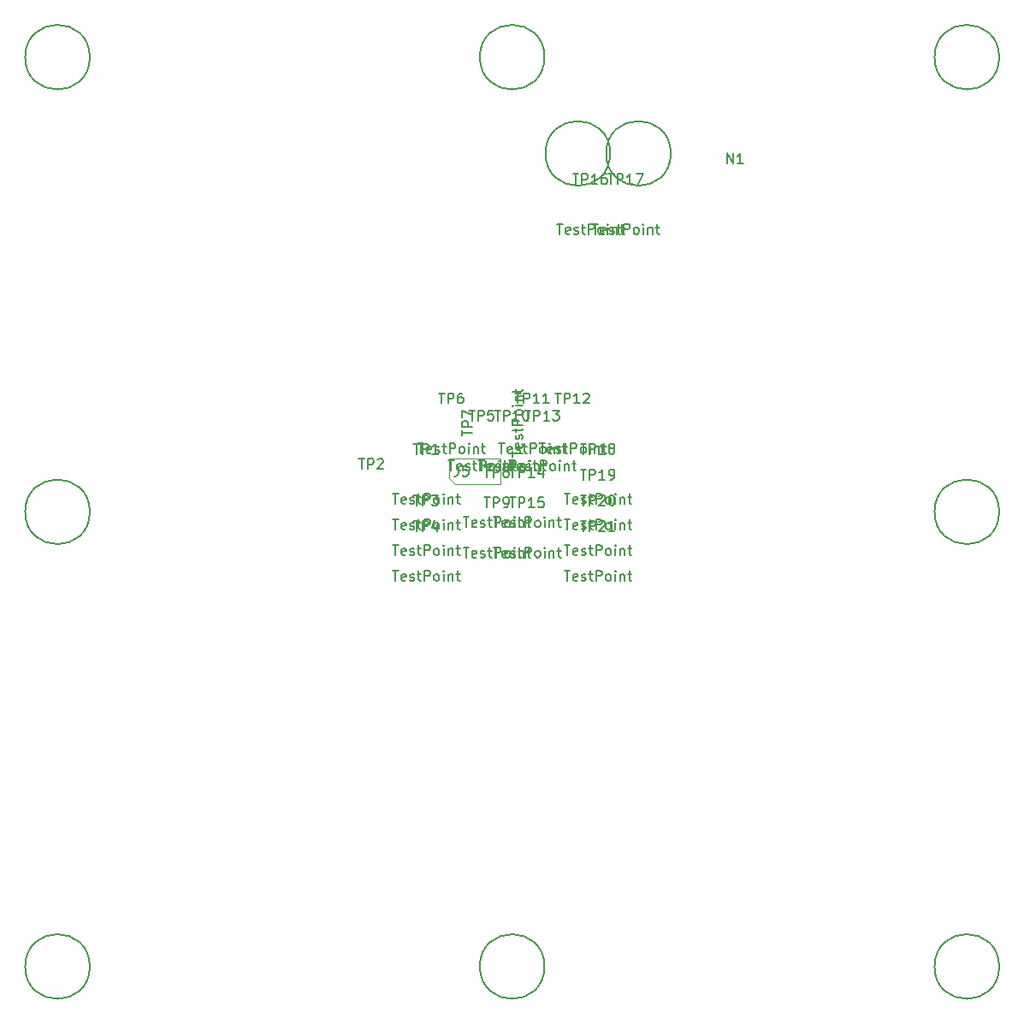
<source format=gbr>
%TF.GenerationSoftware,KiCad,Pcbnew,7.0.2-6a45011f42~172~ubuntu22.04.1*%
%TF.CreationDate,2023-05-30T13:10:43+12:00*%
%TF.ProjectId,THE_BRAWN-20A_LOGIC_FIXTURE,5448455f-4252-4415-974e-2d3230415f4c,v1.0*%
%TF.SameCoordinates,Original*%
%TF.FileFunction,AssemblyDrawing,Top*%
%FSLAX46Y46*%
G04 Gerber Fmt 4.6, Leading zero omitted, Abs format (unit mm)*
G04 Created by KiCad (PCBNEW 7.0.2-6a45011f42~172~ubuntu22.04.1) date 2023-05-30 13:10:43*
%MOMM*%
%LPD*%
G01*
G04 APERTURE LIST*
%ADD10C,0.150000*%
%ADD11C,0.100000*%
G04 APERTURE END LIST*
D10*
%TO.C,TP21*%
X225166666Y-145832619D02*
X225738094Y-145832619D01*
X225452380Y-146832619D02*
X225452380Y-145832619D01*
X226452380Y-146785000D02*
X226357142Y-146832619D01*
X226357142Y-146832619D02*
X226166666Y-146832619D01*
X226166666Y-146832619D02*
X226071428Y-146785000D01*
X226071428Y-146785000D02*
X226023809Y-146689761D01*
X226023809Y-146689761D02*
X226023809Y-146308809D01*
X226023809Y-146308809D02*
X226071428Y-146213571D01*
X226071428Y-146213571D02*
X226166666Y-146165952D01*
X226166666Y-146165952D02*
X226357142Y-146165952D01*
X226357142Y-146165952D02*
X226452380Y-146213571D01*
X226452380Y-146213571D02*
X226499999Y-146308809D01*
X226499999Y-146308809D02*
X226499999Y-146404047D01*
X226499999Y-146404047D02*
X226023809Y-146499285D01*
X226880952Y-146785000D02*
X226976190Y-146832619D01*
X226976190Y-146832619D02*
X227166666Y-146832619D01*
X227166666Y-146832619D02*
X227261904Y-146785000D01*
X227261904Y-146785000D02*
X227309523Y-146689761D01*
X227309523Y-146689761D02*
X227309523Y-146642142D01*
X227309523Y-146642142D02*
X227261904Y-146546904D01*
X227261904Y-146546904D02*
X227166666Y-146499285D01*
X227166666Y-146499285D02*
X227023809Y-146499285D01*
X227023809Y-146499285D02*
X226928571Y-146451666D01*
X226928571Y-146451666D02*
X226880952Y-146356428D01*
X226880952Y-146356428D02*
X226880952Y-146308809D01*
X226880952Y-146308809D02*
X226928571Y-146213571D01*
X226928571Y-146213571D02*
X227023809Y-146165952D01*
X227023809Y-146165952D02*
X227166666Y-146165952D01*
X227166666Y-146165952D02*
X227261904Y-146213571D01*
X227595238Y-146165952D02*
X227976190Y-146165952D01*
X227738095Y-145832619D02*
X227738095Y-146689761D01*
X227738095Y-146689761D02*
X227785714Y-146785000D01*
X227785714Y-146785000D02*
X227880952Y-146832619D01*
X227880952Y-146832619D02*
X227976190Y-146832619D01*
X228309524Y-146832619D02*
X228309524Y-145832619D01*
X228309524Y-145832619D02*
X228690476Y-145832619D01*
X228690476Y-145832619D02*
X228785714Y-145880238D01*
X228785714Y-145880238D02*
X228833333Y-145927857D01*
X228833333Y-145927857D02*
X228880952Y-146023095D01*
X228880952Y-146023095D02*
X228880952Y-146165952D01*
X228880952Y-146165952D02*
X228833333Y-146261190D01*
X228833333Y-146261190D02*
X228785714Y-146308809D01*
X228785714Y-146308809D02*
X228690476Y-146356428D01*
X228690476Y-146356428D02*
X228309524Y-146356428D01*
X229452381Y-146832619D02*
X229357143Y-146785000D01*
X229357143Y-146785000D02*
X229309524Y-146737380D01*
X229309524Y-146737380D02*
X229261905Y-146642142D01*
X229261905Y-146642142D02*
X229261905Y-146356428D01*
X229261905Y-146356428D02*
X229309524Y-146261190D01*
X229309524Y-146261190D02*
X229357143Y-146213571D01*
X229357143Y-146213571D02*
X229452381Y-146165952D01*
X229452381Y-146165952D02*
X229595238Y-146165952D01*
X229595238Y-146165952D02*
X229690476Y-146213571D01*
X229690476Y-146213571D02*
X229738095Y-146261190D01*
X229738095Y-146261190D02*
X229785714Y-146356428D01*
X229785714Y-146356428D02*
X229785714Y-146642142D01*
X229785714Y-146642142D02*
X229738095Y-146737380D01*
X229738095Y-146737380D02*
X229690476Y-146785000D01*
X229690476Y-146785000D02*
X229595238Y-146832619D01*
X229595238Y-146832619D02*
X229452381Y-146832619D01*
X230214286Y-146832619D02*
X230214286Y-146165952D01*
X230214286Y-145832619D02*
X230166667Y-145880238D01*
X230166667Y-145880238D02*
X230214286Y-145927857D01*
X230214286Y-145927857D02*
X230261905Y-145880238D01*
X230261905Y-145880238D02*
X230214286Y-145832619D01*
X230214286Y-145832619D02*
X230214286Y-145927857D01*
X230690476Y-146165952D02*
X230690476Y-146832619D01*
X230690476Y-146261190D02*
X230738095Y-146213571D01*
X230738095Y-146213571D02*
X230833333Y-146165952D01*
X230833333Y-146165952D02*
X230976190Y-146165952D01*
X230976190Y-146165952D02*
X231071428Y-146213571D01*
X231071428Y-146213571D02*
X231119047Y-146308809D01*
X231119047Y-146308809D02*
X231119047Y-146832619D01*
X231452381Y-146165952D02*
X231833333Y-146165952D01*
X231595238Y-145832619D02*
X231595238Y-146689761D01*
X231595238Y-146689761D02*
X231642857Y-146785000D01*
X231642857Y-146785000D02*
X231738095Y-146832619D01*
X231738095Y-146832619D02*
X231833333Y-146832619D01*
X226761905Y-140882619D02*
X227333333Y-140882619D01*
X227047619Y-141882619D02*
X227047619Y-140882619D01*
X227666667Y-141882619D02*
X227666667Y-140882619D01*
X227666667Y-140882619D02*
X228047619Y-140882619D01*
X228047619Y-140882619D02*
X228142857Y-140930238D01*
X228142857Y-140930238D02*
X228190476Y-140977857D01*
X228190476Y-140977857D02*
X228238095Y-141073095D01*
X228238095Y-141073095D02*
X228238095Y-141215952D01*
X228238095Y-141215952D02*
X228190476Y-141311190D01*
X228190476Y-141311190D02*
X228142857Y-141358809D01*
X228142857Y-141358809D02*
X228047619Y-141406428D01*
X228047619Y-141406428D02*
X227666667Y-141406428D01*
X228619048Y-140977857D02*
X228666667Y-140930238D01*
X228666667Y-140930238D02*
X228761905Y-140882619D01*
X228761905Y-140882619D02*
X229000000Y-140882619D01*
X229000000Y-140882619D02*
X229095238Y-140930238D01*
X229095238Y-140930238D02*
X229142857Y-140977857D01*
X229142857Y-140977857D02*
X229190476Y-141073095D01*
X229190476Y-141073095D02*
X229190476Y-141168333D01*
X229190476Y-141168333D02*
X229142857Y-141311190D01*
X229142857Y-141311190D02*
X228571429Y-141882619D01*
X228571429Y-141882619D02*
X229190476Y-141882619D01*
X230142857Y-141882619D02*
X229571429Y-141882619D01*
X229857143Y-141882619D02*
X229857143Y-140882619D01*
X229857143Y-140882619D02*
X229761905Y-141025476D01*
X229761905Y-141025476D02*
X229666667Y-141120714D01*
X229666667Y-141120714D02*
X229571429Y-141168333D01*
%TO.C,TP14*%
X218166666Y-140512619D02*
X218738094Y-140512619D01*
X218452380Y-141512619D02*
X218452380Y-140512619D01*
X219452380Y-141465000D02*
X219357142Y-141512619D01*
X219357142Y-141512619D02*
X219166666Y-141512619D01*
X219166666Y-141512619D02*
X219071428Y-141465000D01*
X219071428Y-141465000D02*
X219023809Y-141369761D01*
X219023809Y-141369761D02*
X219023809Y-140988809D01*
X219023809Y-140988809D02*
X219071428Y-140893571D01*
X219071428Y-140893571D02*
X219166666Y-140845952D01*
X219166666Y-140845952D02*
X219357142Y-140845952D01*
X219357142Y-140845952D02*
X219452380Y-140893571D01*
X219452380Y-140893571D02*
X219499999Y-140988809D01*
X219499999Y-140988809D02*
X219499999Y-141084047D01*
X219499999Y-141084047D02*
X219023809Y-141179285D01*
X219880952Y-141465000D02*
X219976190Y-141512619D01*
X219976190Y-141512619D02*
X220166666Y-141512619D01*
X220166666Y-141512619D02*
X220261904Y-141465000D01*
X220261904Y-141465000D02*
X220309523Y-141369761D01*
X220309523Y-141369761D02*
X220309523Y-141322142D01*
X220309523Y-141322142D02*
X220261904Y-141226904D01*
X220261904Y-141226904D02*
X220166666Y-141179285D01*
X220166666Y-141179285D02*
X220023809Y-141179285D01*
X220023809Y-141179285D02*
X219928571Y-141131666D01*
X219928571Y-141131666D02*
X219880952Y-141036428D01*
X219880952Y-141036428D02*
X219880952Y-140988809D01*
X219880952Y-140988809D02*
X219928571Y-140893571D01*
X219928571Y-140893571D02*
X220023809Y-140845952D01*
X220023809Y-140845952D02*
X220166666Y-140845952D01*
X220166666Y-140845952D02*
X220261904Y-140893571D01*
X220595238Y-140845952D02*
X220976190Y-140845952D01*
X220738095Y-140512619D02*
X220738095Y-141369761D01*
X220738095Y-141369761D02*
X220785714Y-141465000D01*
X220785714Y-141465000D02*
X220880952Y-141512619D01*
X220880952Y-141512619D02*
X220976190Y-141512619D01*
X221309524Y-141512619D02*
X221309524Y-140512619D01*
X221309524Y-140512619D02*
X221690476Y-140512619D01*
X221690476Y-140512619D02*
X221785714Y-140560238D01*
X221785714Y-140560238D02*
X221833333Y-140607857D01*
X221833333Y-140607857D02*
X221880952Y-140703095D01*
X221880952Y-140703095D02*
X221880952Y-140845952D01*
X221880952Y-140845952D02*
X221833333Y-140941190D01*
X221833333Y-140941190D02*
X221785714Y-140988809D01*
X221785714Y-140988809D02*
X221690476Y-141036428D01*
X221690476Y-141036428D02*
X221309524Y-141036428D01*
X222452381Y-141512619D02*
X222357143Y-141465000D01*
X222357143Y-141465000D02*
X222309524Y-141417380D01*
X222309524Y-141417380D02*
X222261905Y-141322142D01*
X222261905Y-141322142D02*
X222261905Y-141036428D01*
X222261905Y-141036428D02*
X222309524Y-140941190D01*
X222309524Y-140941190D02*
X222357143Y-140893571D01*
X222357143Y-140893571D02*
X222452381Y-140845952D01*
X222452381Y-140845952D02*
X222595238Y-140845952D01*
X222595238Y-140845952D02*
X222690476Y-140893571D01*
X222690476Y-140893571D02*
X222738095Y-140941190D01*
X222738095Y-140941190D02*
X222785714Y-141036428D01*
X222785714Y-141036428D02*
X222785714Y-141322142D01*
X222785714Y-141322142D02*
X222738095Y-141417380D01*
X222738095Y-141417380D02*
X222690476Y-141465000D01*
X222690476Y-141465000D02*
X222595238Y-141512619D01*
X222595238Y-141512619D02*
X222452381Y-141512619D01*
X223214286Y-141512619D02*
X223214286Y-140845952D01*
X223214286Y-140512619D02*
X223166667Y-140560238D01*
X223166667Y-140560238D02*
X223214286Y-140607857D01*
X223214286Y-140607857D02*
X223261905Y-140560238D01*
X223261905Y-140560238D02*
X223214286Y-140512619D01*
X223214286Y-140512619D02*
X223214286Y-140607857D01*
X223690476Y-140845952D02*
X223690476Y-141512619D01*
X223690476Y-140941190D02*
X223738095Y-140893571D01*
X223738095Y-140893571D02*
X223833333Y-140845952D01*
X223833333Y-140845952D02*
X223976190Y-140845952D01*
X223976190Y-140845952D02*
X224071428Y-140893571D01*
X224071428Y-140893571D02*
X224119047Y-140988809D01*
X224119047Y-140988809D02*
X224119047Y-141512619D01*
X224452381Y-140845952D02*
X224833333Y-140845952D01*
X224595238Y-140512619D02*
X224595238Y-141369761D01*
X224595238Y-141369761D02*
X224642857Y-141465000D01*
X224642857Y-141465000D02*
X224738095Y-141512619D01*
X224738095Y-141512619D02*
X224833333Y-141512619D01*
X219761905Y-135562619D02*
X220333333Y-135562619D01*
X220047619Y-136562619D02*
X220047619Y-135562619D01*
X220666667Y-136562619D02*
X220666667Y-135562619D01*
X220666667Y-135562619D02*
X221047619Y-135562619D01*
X221047619Y-135562619D02*
X221142857Y-135610238D01*
X221142857Y-135610238D02*
X221190476Y-135657857D01*
X221190476Y-135657857D02*
X221238095Y-135753095D01*
X221238095Y-135753095D02*
X221238095Y-135895952D01*
X221238095Y-135895952D02*
X221190476Y-135991190D01*
X221190476Y-135991190D02*
X221142857Y-136038809D01*
X221142857Y-136038809D02*
X221047619Y-136086428D01*
X221047619Y-136086428D02*
X220666667Y-136086428D01*
X222190476Y-136562619D02*
X221619048Y-136562619D01*
X221904762Y-136562619D02*
X221904762Y-135562619D01*
X221904762Y-135562619D02*
X221809524Y-135705476D01*
X221809524Y-135705476D02*
X221714286Y-135800714D01*
X221714286Y-135800714D02*
X221619048Y-135848333D01*
X223047619Y-135895952D02*
X223047619Y-136562619D01*
X222809524Y-135515000D02*
X222571429Y-136229285D01*
X222571429Y-136229285D02*
X223190476Y-136229285D01*
%TO.C,TP9*%
X215166666Y-143512619D02*
X215738094Y-143512619D01*
X215452380Y-144512619D02*
X215452380Y-143512619D01*
X216452380Y-144465000D02*
X216357142Y-144512619D01*
X216357142Y-144512619D02*
X216166666Y-144512619D01*
X216166666Y-144512619D02*
X216071428Y-144465000D01*
X216071428Y-144465000D02*
X216023809Y-144369761D01*
X216023809Y-144369761D02*
X216023809Y-143988809D01*
X216023809Y-143988809D02*
X216071428Y-143893571D01*
X216071428Y-143893571D02*
X216166666Y-143845952D01*
X216166666Y-143845952D02*
X216357142Y-143845952D01*
X216357142Y-143845952D02*
X216452380Y-143893571D01*
X216452380Y-143893571D02*
X216499999Y-143988809D01*
X216499999Y-143988809D02*
X216499999Y-144084047D01*
X216499999Y-144084047D02*
X216023809Y-144179285D01*
X216880952Y-144465000D02*
X216976190Y-144512619D01*
X216976190Y-144512619D02*
X217166666Y-144512619D01*
X217166666Y-144512619D02*
X217261904Y-144465000D01*
X217261904Y-144465000D02*
X217309523Y-144369761D01*
X217309523Y-144369761D02*
X217309523Y-144322142D01*
X217309523Y-144322142D02*
X217261904Y-144226904D01*
X217261904Y-144226904D02*
X217166666Y-144179285D01*
X217166666Y-144179285D02*
X217023809Y-144179285D01*
X217023809Y-144179285D02*
X216928571Y-144131666D01*
X216928571Y-144131666D02*
X216880952Y-144036428D01*
X216880952Y-144036428D02*
X216880952Y-143988809D01*
X216880952Y-143988809D02*
X216928571Y-143893571D01*
X216928571Y-143893571D02*
X217023809Y-143845952D01*
X217023809Y-143845952D02*
X217166666Y-143845952D01*
X217166666Y-143845952D02*
X217261904Y-143893571D01*
X217595238Y-143845952D02*
X217976190Y-143845952D01*
X217738095Y-143512619D02*
X217738095Y-144369761D01*
X217738095Y-144369761D02*
X217785714Y-144465000D01*
X217785714Y-144465000D02*
X217880952Y-144512619D01*
X217880952Y-144512619D02*
X217976190Y-144512619D01*
X218309524Y-144512619D02*
X218309524Y-143512619D01*
X218309524Y-143512619D02*
X218690476Y-143512619D01*
X218690476Y-143512619D02*
X218785714Y-143560238D01*
X218785714Y-143560238D02*
X218833333Y-143607857D01*
X218833333Y-143607857D02*
X218880952Y-143703095D01*
X218880952Y-143703095D02*
X218880952Y-143845952D01*
X218880952Y-143845952D02*
X218833333Y-143941190D01*
X218833333Y-143941190D02*
X218785714Y-143988809D01*
X218785714Y-143988809D02*
X218690476Y-144036428D01*
X218690476Y-144036428D02*
X218309524Y-144036428D01*
X219452381Y-144512619D02*
X219357143Y-144465000D01*
X219357143Y-144465000D02*
X219309524Y-144417380D01*
X219309524Y-144417380D02*
X219261905Y-144322142D01*
X219261905Y-144322142D02*
X219261905Y-144036428D01*
X219261905Y-144036428D02*
X219309524Y-143941190D01*
X219309524Y-143941190D02*
X219357143Y-143893571D01*
X219357143Y-143893571D02*
X219452381Y-143845952D01*
X219452381Y-143845952D02*
X219595238Y-143845952D01*
X219595238Y-143845952D02*
X219690476Y-143893571D01*
X219690476Y-143893571D02*
X219738095Y-143941190D01*
X219738095Y-143941190D02*
X219785714Y-144036428D01*
X219785714Y-144036428D02*
X219785714Y-144322142D01*
X219785714Y-144322142D02*
X219738095Y-144417380D01*
X219738095Y-144417380D02*
X219690476Y-144465000D01*
X219690476Y-144465000D02*
X219595238Y-144512619D01*
X219595238Y-144512619D02*
X219452381Y-144512619D01*
X220214286Y-144512619D02*
X220214286Y-143845952D01*
X220214286Y-143512619D02*
X220166667Y-143560238D01*
X220166667Y-143560238D02*
X220214286Y-143607857D01*
X220214286Y-143607857D02*
X220261905Y-143560238D01*
X220261905Y-143560238D02*
X220214286Y-143512619D01*
X220214286Y-143512619D02*
X220214286Y-143607857D01*
X220690476Y-143845952D02*
X220690476Y-144512619D01*
X220690476Y-143941190D02*
X220738095Y-143893571D01*
X220738095Y-143893571D02*
X220833333Y-143845952D01*
X220833333Y-143845952D02*
X220976190Y-143845952D01*
X220976190Y-143845952D02*
X221071428Y-143893571D01*
X221071428Y-143893571D02*
X221119047Y-143988809D01*
X221119047Y-143988809D02*
X221119047Y-144512619D01*
X221452381Y-143845952D02*
X221833333Y-143845952D01*
X221595238Y-143512619D02*
X221595238Y-144369761D01*
X221595238Y-144369761D02*
X221642857Y-144465000D01*
X221642857Y-144465000D02*
X221738095Y-144512619D01*
X221738095Y-144512619D02*
X221833333Y-144512619D01*
X217238095Y-138562619D02*
X217809523Y-138562619D01*
X217523809Y-139562619D02*
X217523809Y-138562619D01*
X218142857Y-139562619D02*
X218142857Y-138562619D01*
X218142857Y-138562619D02*
X218523809Y-138562619D01*
X218523809Y-138562619D02*
X218619047Y-138610238D01*
X218619047Y-138610238D02*
X218666666Y-138657857D01*
X218666666Y-138657857D02*
X218714285Y-138753095D01*
X218714285Y-138753095D02*
X218714285Y-138895952D01*
X218714285Y-138895952D02*
X218666666Y-138991190D01*
X218666666Y-138991190D02*
X218619047Y-139038809D01*
X218619047Y-139038809D02*
X218523809Y-139086428D01*
X218523809Y-139086428D02*
X218142857Y-139086428D01*
X219190476Y-139562619D02*
X219380952Y-139562619D01*
X219380952Y-139562619D02*
X219476190Y-139515000D01*
X219476190Y-139515000D02*
X219523809Y-139467380D01*
X219523809Y-139467380D02*
X219619047Y-139324523D01*
X219619047Y-139324523D02*
X219666666Y-139134047D01*
X219666666Y-139134047D02*
X219666666Y-138753095D01*
X219666666Y-138753095D02*
X219619047Y-138657857D01*
X219619047Y-138657857D02*
X219571428Y-138610238D01*
X219571428Y-138610238D02*
X219476190Y-138562619D01*
X219476190Y-138562619D02*
X219285714Y-138562619D01*
X219285714Y-138562619D02*
X219190476Y-138610238D01*
X219190476Y-138610238D02*
X219142857Y-138657857D01*
X219142857Y-138657857D02*
X219095238Y-138753095D01*
X219095238Y-138753095D02*
X219095238Y-138991190D01*
X219095238Y-138991190D02*
X219142857Y-139086428D01*
X219142857Y-139086428D02*
X219190476Y-139134047D01*
X219190476Y-139134047D02*
X219285714Y-139181666D01*
X219285714Y-139181666D02*
X219476190Y-139181666D01*
X219476190Y-139181666D02*
X219571428Y-139134047D01*
X219571428Y-139134047D02*
X219619047Y-139086428D01*
X219619047Y-139086428D02*
X219666666Y-138991190D01*
%TO.C,TP1*%
X208166666Y-138212619D02*
X208738094Y-138212619D01*
X208452380Y-139212619D02*
X208452380Y-138212619D01*
X209452380Y-139165000D02*
X209357142Y-139212619D01*
X209357142Y-139212619D02*
X209166666Y-139212619D01*
X209166666Y-139212619D02*
X209071428Y-139165000D01*
X209071428Y-139165000D02*
X209023809Y-139069761D01*
X209023809Y-139069761D02*
X209023809Y-138688809D01*
X209023809Y-138688809D02*
X209071428Y-138593571D01*
X209071428Y-138593571D02*
X209166666Y-138545952D01*
X209166666Y-138545952D02*
X209357142Y-138545952D01*
X209357142Y-138545952D02*
X209452380Y-138593571D01*
X209452380Y-138593571D02*
X209499999Y-138688809D01*
X209499999Y-138688809D02*
X209499999Y-138784047D01*
X209499999Y-138784047D02*
X209023809Y-138879285D01*
X209880952Y-139165000D02*
X209976190Y-139212619D01*
X209976190Y-139212619D02*
X210166666Y-139212619D01*
X210166666Y-139212619D02*
X210261904Y-139165000D01*
X210261904Y-139165000D02*
X210309523Y-139069761D01*
X210309523Y-139069761D02*
X210309523Y-139022142D01*
X210309523Y-139022142D02*
X210261904Y-138926904D01*
X210261904Y-138926904D02*
X210166666Y-138879285D01*
X210166666Y-138879285D02*
X210023809Y-138879285D01*
X210023809Y-138879285D02*
X209928571Y-138831666D01*
X209928571Y-138831666D02*
X209880952Y-138736428D01*
X209880952Y-138736428D02*
X209880952Y-138688809D01*
X209880952Y-138688809D02*
X209928571Y-138593571D01*
X209928571Y-138593571D02*
X210023809Y-138545952D01*
X210023809Y-138545952D02*
X210166666Y-138545952D01*
X210166666Y-138545952D02*
X210261904Y-138593571D01*
X210595238Y-138545952D02*
X210976190Y-138545952D01*
X210738095Y-138212619D02*
X210738095Y-139069761D01*
X210738095Y-139069761D02*
X210785714Y-139165000D01*
X210785714Y-139165000D02*
X210880952Y-139212619D01*
X210880952Y-139212619D02*
X210976190Y-139212619D01*
X211309524Y-139212619D02*
X211309524Y-138212619D01*
X211309524Y-138212619D02*
X211690476Y-138212619D01*
X211690476Y-138212619D02*
X211785714Y-138260238D01*
X211785714Y-138260238D02*
X211833333Y-138307857D01*
X211833333Y-138307857D02*
X211880952Y-138403095D01*
X211880952Y-138403095D02*
X211880952Y-138545952D01*
X211880952Y-138545952D02*
X211833333Y-138641190D01*
X211833333Y-138641190D02*
X211785714Y-138688809D01*
X211785714Y-138688809D02*
X211690476Y-138736428D01*
X211690476Y-138736428D02*
X211309524Y-138736428D01*
X212452381Y-139212619D02*
X212357143Y-139165000D01*
X212357143Y-139165000D02*
X212309524Y-139117380D01*
X212309524Y-139117380D02*
X212261905Y-139022142D01*
X212261905Y-139022142D02*
X212261905Y-138736428D01*
X212261905Y-138736428D02*
X212309524Y-138641190D01*
X212309524Y-138641190D02*
X212357143Y-138593571D01*
X212357143Y-138593571D02*
X212452381Y-138545952D01*
X212452381Y-138545952D02*
X212595238Y-138545952D01*
X212595238Y-138545952D02*
X212690476Y-138593571D01*
X212690476Y-138593571D02*
X212738095Y-138641190D01*
X212738095Y-138641190D02*
X212785714Y-138736428D01*
X212785714Y-138736428D02*
X212785714Y-139022142D01*
X212785714Y-139022142D02*
X212738095Y-139117380D01*
X212738095Y-139117380D02*
X212690476Y-139165000D01*
X212690476Y-139165000D02*
X212595238Y-139212619D01*
X212595238Y-139212619D02*
X212452381Y-139212619D01*
X213214286Y-139212619D02*
X213214286Y-138545952D01*
X213214286Y-138212619D02*
X213166667Y-138260238D01*
X213166667Y-138260238D02*
X213214286Y-138307857D01*
X213214286Y-138307857D02*
X213261905Y-138260238D01*
X213261905Y-138260238D02*
X213214286Y-138212619D01*
X213214286Y-138212619D02*
X213214286Y-138307857D01*
X213690476Y-138545952D02*
X213690476Y-139212619D01*
X213690476Y-138641190D02*
X213738095Y-138593571D01*
X213738095Y-138593571D02*
X213833333Y-138545952D01*
X213833333Y-138545952D02*
X213976190Y-138545952D01*
X213976190Y-138545952D02*
X214071428Y-138593571D01*
X214071428Y-138593571D02*
X214119047Y-138688809D01*
X214119047Y-138688809D02*
X214119047Y-139212619D01*
X214452381Y-138545952D02*
X214833333Y-138545952D01*
X214595238Y-138212619D02*
X214595238Y-139069761D01*
X214595238Y-139069761D02*
X214642857Y-139165000D01*
X214642857Y-139165000D02*
X214738095Y-139212619D01*
X214738095Y-139212619D02*
X214833333Y-139212619D01*
X210238095Y-133262619D02*
X210809523Y-133262619D01*
X210523809Y-134262619D02*
X210523809Y-133262619D01*
X211142857Y-134262619D02*
X211142857Y-133262619D01*
X211142857Y-133262619D02*
X211523809Y-133262619D01*
X211523809Y-133262619D02*
X211619047Y-133310238D01*
X211619047Y-133310238D02*
X211666666Y-133357857D01*
X211666666Y-133357857D02*
X211714285Y-133453095D01*
X211714285Y-133453095D02*
X211714285Y-133595952D01*
X211714285Y-133595952D02*
X211666666Y-133691190D01*
X211666666Y-133691190D02*
X211619047Y-133738809D01*
X211619047Y-133738809D02*
X211523809Y-133786428D01*
X211523809Y-133786428D02*
X211142857Y-133786428D01*
X212666666Y-134262619D02*
X212095238Y-134262619D01*
X212380952Y-134262619D02*
X212380952Y-133262619D01*
X212380952Y-133262619D02*
X212285714Y-133405476D01*
X212285714Y-133405476D02*
X212190476Y-133500714D01*
X212190476Y-133500714D02*
X212095238Y-133548333D01*
%TO.C,TP5*%
X213666666Y-134912619D02*
X214238094Y-134912619D01*
X213952380Y-135912619D02*
X213952380Y-134912619D01*
X214952380Y-135865000D02*
X214857142Y-135912619D01*
X214857142Y-135912619D02*
X214666666Y-135912619D01*
X214666666Y-135912619D02*
X214571428Y-135865000D01*
X214571428Y-135865000D02*
X214523809Y-135769761D01*
X214523809Y-135769761D02*
X214523809Y-135388809D01*
X214523809Y-135388809D02*
X214571428Y-135293571D01*
X214571428Y-135293571D02*
X214666666Y-135245952D01*
X214666666Y-135245952D02*
X214857142Y-135245952D01*
X214857142Y-135245952D02*
X214952380Y-135293571D01*
X214952380Y-135293571D02*
X214999999Y-135388809D01*
X214999999Y-135388809D02*
X214999999Y-135484047D01*
X214999999Y-135484047D02*
X214523809Y-135579285D01*
X215380952Y-135865000D02*
X215476190Y-135912619D01*
X215476190Y-135912619D02*
X215666666Y-135912619D01*
X215666666Y-135912619D02*
X215761904Y-135865000D01*
X215761904Y-135865000D02*
X215809523Y-135769761D01*
X215809523Y-135769761D02*
X215809523Y-135722142D01*
X215809523Y-135722142D02*
X215761904Y-135626904D01*
X215761904Y-135626904D02*
X215666666Y-135579285D01*
X215666666Y-135579285D02*
X215523809Y-135579285D01*
X215523809Y-135579285D02*
X215428571Y-135531666D01*
X215428571Y-135531666D02*
X215380952Y-135436428D01*
X215380952Y-135436428D02*
X215380952Y-135388809D01*
X215380952Y-135388809D02*
X215428571Y-135293571D01*
X215428571Y-135293571D02*
X215523809Y-135245952D01*
X215523809Y-135245952D02*
X215666666Y-135245952D01*
X215666666Y-135245952D02*
X215761904Y-135293571D01*
X216095238Y-135245952D02*
X216476190Y-135245952D01*
X216238095Y-134912619D02*
X216238095Y-135769761D01*
X216238095Y-135769761D02*
X216285714Y-135865000D01*
X216285714Y-135865000D02*
X216380952Y-135912619D01*
X216380952Y-135912619D02*
X216476190Y-135912619D01*
X216809524Y-135912619D02*
X216809524Y-134912619D01*
X216809524Y-134912619D02*
X217190476Y-134912619D01*
X217190476Y-134912619D02*
X217285714Y-134960238D01*
X217285714Y-134960238D02*
X217333333Y-135007857D01*
X217333333Y-135007857D02*
X217380952Y-135103095D01*
X217380952Y-135103095D02*
X217380952Y-135245952D01*
X217380952Y-135245952D02*
X217333333Y-135341190D01*
X217333333Y-135341190D02*
X217285714Y-135388809D01*
X217285714Y-135388809D02*
X217190476Y-135436428D01*
X217190476Y-135436428D02*
X216809524Y-135436428D01*
X217952381Y-135912619D02*
X217857143Y-135865000D01*
X217857143Y-135865000D02*
X217809524Y-135817380D01*
X217809524Y-135817380D02*
X217761905Y-135722142D01*
X217761905Y-135722142D02*
X217761905Y-135436428D01*
X217761905Y-135436428D02*
X217809524Y-135341190D01*
X217809524Y-135341190D02*
X217857143Y-135293571D01*
X217857143Y-135293571D02*
X217952381Y-135245952D01*
X217952381Y-135245952D02*
X218095238Y-135245952D01*
X218095238Y-135245952D02*
X218190476Y-135293571D01*
X218190476Y-135293571D02*
X218238095Y-135341190D01*
X218238095Y-135341190D02*
X218285714Y-135436428D01*
X218285714Y-135436428D02*
X218285714Y-135722142D01*
X218285714Y-135722142D02*
X218238095Y-135817380D01*
X218238095Y-135817380D02*
X218190476Y-135865000D01*
X218190476Y-135865000D02*
X218095238Y-135912619D01*
X218095238Y-135912619D02*
X217952381Y-135912619D01*
X218714286Y-135912619D02*
X218714286Y-135245952D01*
X218714286Y-134912619D02*
X218666667Y-134960238D01*
X218666667Y-134960238D02*
X218714286Y-135007857D01*
X218714286Y-135007857D02*
X218761905Y-134960238D01*
X218761905Y-134960238D02*
X218714286Y-134912619D01*
X218714286Y-134912619D02*
X218714286Y-135007857D01*
X219190476Y-135245952D02*
X219190476Y-135912619D01*
X219190476Y-135341190D02*
X219238095Y-135293571D01*
X219238095Y-135293571D02*
X219333333Y-135245952D01*
X219333333Y-135245952D02*
X219476190Y-135245952D01*
X219476190Y-135245952D02*
X219571428Y-135293571D01*
X219571428Y-135293571D02*
X219619047Y-135388809D01*
X219619047Y-135388809D02*
X219619047Y-135912619D01*
X219952381Y-135245952D02*
X220333333Y-135245952D01*
X220095238Y-134912619D02*
X220095238Y-135769761D01*
X220095238Y-135769761D02*
X220142857Y-135865000D01*
X220142857Y-135865000D02*
X220238095Y-135912619D01*
X220238095Y-135912619D02*
X220333333Y-135912619D01*
X215738095Y-129962619D02*
X216309523Y-129962619D01*
X216023809Y-130962619D02*
X216023809Y-129962619D01*
X216642857Y-130962619D02*
X216642857Y-129962619D01*
X216642857Y-129962619D02*
X217023809Y-129962619D01*
X217023809Y-129962619D02*
X217119047Y-130010238D01*
X217119047Y-130010238D02*
X217166666Y-130057857D01*
X217166666Y-130057857D02*
X217214285Y-130153095D01*
X217214285Y-130153095D02*
X217214285Y-130295952D01*
X217214285Y-130295952D02*
X217166666Y-130391190D01*
X217166666Y-130391190D02*
X217119047Y-130438809D01*
X217119047Y-130438809D02*
X217023809Y-130486428D01*
X217023809Y-130486428D02*
X216642857Y-130486428D01*
X218119047Y-129962619D02*
X217642857Y-129962619D01*
X217642857Y-129962619D02*
X217595238Y-130438809D01*
X217595238Y-130438809D02*
X217642857Y-130391190D01*
X217642857Y-130391190D02*
X217738095Y-130343571D01*
X217738095Y-130343571D02*
X217976190Y-130343571D01*
X217976190Y-130343571D02*
X218071428Y-130391190D01*
X218071428Y-130391190D02*
X218119047Y-130438809D01*
X218119047Y-130438809D02*
X218166666Y-130534047D01*
X218166666Y-130534047D02*
X218166666Y-130772142D01*
X218166666Y-130772142D02*
X218119047Y-130867380D01*
X218119047Y-130867380D02*
X218071428Y-130915000D01*
X218071428Y-130915000D02*
X217976190Y-130962619D01*
X217976190Y-130962619D02*
X217738095Y-130962619D01*
X217738095Y-130962619D02*
X217642857Y-130915000D01*
X217642857Y-130915000D02*
X217595238Y-130867380D01*
%TO.C,TP12*%
X222666666Y-133212619D02*
X223238094Y-133212619D01*
X222952380Y-134212619D02*
X222952380Y-133212619D01*
X223952380Y-134165000D02*
X223857142Y-134212619D01*
X223857142Y-134212619D02*
X223666666Y-134212619D01*
X223666666Y-134212619D02*
X223571428Y-134165000D01*
X223571428Y-134165000D02*
X223523809Y-134069761D01*
X223523809Y-134069761D02*
X223523809Y-133688809D01*
X223523809Y-133688809D02*
X223571428Y-133593571D01*
X223571428Y-133593571D02*
X223666666Y-133545952D01*
X223666666Y-133545952D02*
X223857142Y-133545952D01*
X223857142Y-133545952D02*
X223952380Y-133593571D01*
X223952380Y-133593571D02*
X223999999Y-133688809D01*
X223999999Y-133688809D02*
X223999999Y-133784047D01*
X223999999Y-133784047D02*
X223523809Y-133879285D01*
X224380952Y-134165000D02*
X224476190Y-134212619D01*
X224476190Y-134212619D02*
X224666666Y-134212619D01*
X224666666Y-134212619D02*
X224761904Y-134165000D01*
X224761904Y-134165000D02*
X224809523Y-134069761D01*
X224809523Y-134069761D02*
X224809523Y-134022142D01*
X224809523Y-134022142D02*
X224761904Y-133926904D01*
X224761904Y-133926904D02*
X224666666Y-133879285D01*
X224666666Y-133879285D02*
X224523809Y-133879285D01*
X224523809Y-133879285D02*
X224428571Y-133831666D01*
X224428571Y-133831666D02*
X224380952Y-133736428D01*
X224380952Y-133736428D02*
X224380952Y-133688809D01*
X224380952Y-133688809D02*
X224428571Y-133593571D01*
X224428571Y-133593571D02*
X224523809Y-133545952D01*
X224523809Y-133545952D02*
X224666666Y-133545952D01*
X224666666Y-133545952D02*
X224761904Y-133593571D01*
X225095238Y-133545952D02*
X225476190Y-133545952D01*
X225238095Y-133212619D02*
X225238095Y-134069761D01*
X225238095Y-134069761D02*
X225285714Y-134165000D01*
X225285714Y-134165000D02*
X225380952Y-134212619D01*
X225380952Y-134212619D02*
X225476190Y-134212619D01*
X225809524Y-134212619D02*
X225809524Y-133212619D01*
X225809524Y-133212619D02*
X226190476Y-133212619D01*
X226190476Y-133212619D02*
X226285714Y-133260238D01*
X226285714Y-133260238D02*
X226333333Y-133307857D01*
X226333333Y-133307857D02*
X226380952Y-133403095D01*
X226380952Y-133403095D02*
X226380952Y-133545952D01*
X226380952Y-133545952D02*
X226333333Y-133641190D01*
X226333333Y-133641190D02*
X226285714Y-133688809D01*
X226285714Y-133688809D02*
X226190476Y-133736428D01*
X226190476Y-133736428D02*
X225809524Y-133736428D01*
X226952381Y-134212619D02*
X226857143Y-134165000D01*
X226857143Y-134165000D02*
X226809524Y-134117380D01*
X226809524Y-134117380D02*
X226761905Y-134022142D01*
X226761905Y-134022142D02*
X226761905Y-133736428D01*
X226761905Y-133736428D02*
X226809524Y-133641190D01*
X226809524Y-133641190D02*
X226857143Y-133593571D01*
X226857143Y-133593571D02*
X226952381Y-133545952D01*
X226952381Y-133545952D02*
X227095238Y-133545952D01*
X227095238Y-133545952D02*
X227190476Y-133593571D01*
X227190476Y-133593571D02*
X227238095Y-133641190D01*
X227238095Y-133641190D02*
X227285714Y-133736428D01*
X227285714Y-133736428D02*
X227285714Y-134022142D01*
X227285714Y-134022142D02*
X227238095Y-134117380D01*
X227238095Y-134117380D02*
X227190476Y-134165000D01*
X227190476Y-134165000D02*
X227095238Y-134212619D01*
X227095238Y-134212619D02*
X226952381Y-134212619D01*
X227714286Y-134212619D02*
X227714286Y-133545952D01*
X227714286Y-133212619D02*
X227666667Y-133260238D01*
X227666667Y-133260238D02*
X227714286Y-133307857D01*
X227714286Y-133307857D02*
X227761905Y-133260238D01*
X227761905Y-133260238D02*
X227714286Y-133212619D01*
X227714286Y-133212619D02*
X227714286Y-133307857D01*
X228190476Y-133545952D02*
X228190476Y-134212619D01*
X228190476Y-133641190D02*
X228238095Y-133593571D01*
X228238095Y-133593571D02*
X228333333Y-133545952D01*
X228333333Y-133545952D02*
X228476190Y-133545952D01*
X228476190Y-133545952D02*
X228571428Y-133593571D01*
X228571428Y-133593571D02*
X228619047Y-133688809D01*
X228619047Y-133688809D02*
X228619047Y-134212619D01*
X228952381Y-133545952D02*
X229333333Y-133545952D01*
X229095238Y-133212619D02*
X229095238Y-134069761D01*
X229095238Y-134069761D02*
X229142857Y-134165000D01*
X229142857Y-134165000D02*
X229238095Y-134212619D01*
X229238095Y-134212619D02*
X229333333Y-134212619D01*
X224261905Y-128262619D02*
X224833333Y-128262619D01*
X224547619Y-129262619D02*
X224547619Y-128262619D01*
X225166667Y-129262619D02*
X225166667Y-128262619D01*
X225166667Y-128262619D02*
X225547619Y-128262619D01*
X225547619Y-128262619D02*
X225642857Y-128310238D01*
X225642857Y-128310238D02*
X225690476Y-128357857D01*
X225690476Y-128357857D02*
X225738095Y-128453095D01*
X225738095Y-128453095D02*
X225738095Y-128595952D01*
X225738095Y-128595952D02*
X225690476Y-128691190D01*
X225690476Y-128691190D02*
X225642857Y-128738809D01*
X225642857Y-128738809D02*
X225547619Y-128786428D01*
X225547619Y-128786428D02*
X225166667Y-128786428D01*
X226690476Y-129262619D02*
X226119048Y-129262619D01*
X226404762Y-129262619D02*
X226404762Y-128262619D01*
X226404762Y-128262619D02*
X226309524Y-128405476D01*
X226309524Y-128405476D02*
X226214286Y-128500714D01*
X226214286Y-128500714D02*
X226119048Y-128548333D01*
X227071429Y-128357857D02*
X227119048Y-128310238D01*
X227119048Y-128310238D02*
X227214286Y-128262619D01*
X227214286Y-128262619D02*
X227452381Y-128262619D01*
X227452381Y-128262619D02*
X227547619Y-128310238D01*
X227547619Y-128310238D02*
X227595238Y-128357857D01*
X227595238Y-128357857D02*
X227642857Y-128453095D01*
X227642857Y-128453095D02*
X227642857Y-128548333D01*
X227642857Y-128548333D02*
X227595238Y-128691190D01*
X227595238Y-128691190D02*
X227023810Y-129262619D01*
X227023810Y-129262619D02*
X227642857Y-129262619D01*
%TO.C,TP10*%
X216666666Y-134912619D02*
X217238094Y-134912619D01*
X216952380Y-135912619D02*
X216952380Y-134912619D01*
X217952380Y-135865000D02*
X217857142Y-135912619D01*
X217857142Y-135912619D02*
X217666666Y-135912619D01*
X217666666Y-135912619D02*
X217571428Y-135865000D01*
X217571428Y-135865000D02*
X217523809Y-135769761D01*
X217523809Y-135769761D02*
X217523809Y-135388809D01*
X217523809Y-135388809D02*
X217571428Y-135293571D01*
X217571428Y-135293571D02*
X217666666Y-135245952D01*
X217666666Y-135245952D02*
X217857142Y-135245952D01*
X217857142Y-135245952D02*
X217952380Y-135293571D01*
X217952380Y-135293571D02*
X217999999Y-135388809D01*
X217999999Y-135388809D02*
X217999999Y-135484047D01*
X217999999Y-135484047D02*
X217523809Y-135579285D01*
X218380952Y-135865000D02*
X218476190Y-135912619D01*
X218476190Y-135912619D02*
X218666666Y-135912619D01*
X218666666Y-135912619D02*
X218761904Y-135865000D01*
X218761904Y-135865000D02*
X218809523Y-135769761D01*
X218809523Y-135769761D02*
X218809523Y-135722142D01*
X218809523Y-135722142D02*
X218761904Y-135626904D01*
X218761904Y-135626904D02*
X218666666Y-135579285D01*
X218666666Y-135579285D02*
X218523809Y-135579285D01*
X218523809Y-135579285D02*
X218428571Y-135531666D01*
X218428571Y-135531666D02*
X218380952Y-135436428D01*
X218380952Y-135436428D02*
X218380952Y-135388809D01*
X218380952Y-135388809D02*
X218428571Y-135293571D01*
X218428571Y-135293571D02*
X218523809Y-135245952D01*
X218523809Y-135245952D02*
X218666666Y-135245952D01*
X218666666Y-135245952D02*
X218761904Y-135293571D01*
X219095238Y-135245952D02*
X219476190Y-135245952D01*
X219238095Y-134912619D02*
X219238095Y-135769761D01*
X219238095Y-135769761D02*
X219285714Y-135865000D01*
X219285714Y-135865000D02*
X219380952Y-135912619D01*
X219380952Y-135912619D02*
X219476190Y-135912619D01*
X219809524Y-135912619D02*
X219809524Y-134912619D01*
X219809524Y-134912619D02*
X220190476Y-134912619D01*
X220190476Y-134912619D02*
X220285714Y-134960238D01*
X220285714Y-134960238D02*
X220333333Y-135007857D01*
X220333333Y-135007857D02*
X220380952Y-135103095D01*
X220380952Y-135103095D02*
X220380952Y-135245952D01*
X220380952Y-135245952D02*
X220333333Y-135341190D01*
X220333333Y-135341190D02*
X220285714Y-135388809D01*
X220285714Y-135388809D02*
X220190476Y-135436428D01*
X220190476Y-135436428D02*
X219809524Y-135436428D01*
X220952381Y-135912619D02*
X220857143Y-135865000D01*
X220857143Y-135865000D02*
X220809524Y-135817380D01*
X220809524Y-135817380D02*
X220761905Y-135722142D01*
X220761905Y-135722142D02*
X220761905Y-135436428D01*
X220761905Y-135436428D02*
X220809524Y-135341190D01*
X220809524Y-135341190D02*
X220857143Y-135293571D01*
X220857143Y-135293571D02*
X220952381Y-135245952D01*
X220952381Y-135245952D02*
X221095238Y-135245952D01*
X221095238Y-135245952D02*
X221190476Y-135293571D01*
X221190476Y-135293571D02*
X221238095Y-135341190D01*
X221238095Y-135341190D02*
X221285714Y-135436428D01*
X221285714Y-135436428D02*
X221285714Y-135722142D01*
X221285714Y-135722142D02*
X221238095Y-135817380D01*
X221238095Y-135817380D02*
X221190476Y-135865000D01*
X221190476Y-135865000D02*
X221095238Y-135912619D01*
X221095238Y-135912619D02*
X220952381Y-135912619D01*
X221714286Y-135912619D02*
X221714286Y-135245952D01*
X221714286Y-134912619D02*
X221666667Y-134960238D01*
X221666667Y-134960238D02*
X221714286Y-135007857D01*
X221714286Y-135007857D02*
X221761905Y-134960238D01*
X221761905Y-134960238D02*
X221714286Y-134912619D01*
X221714286Y-134912619D02*
X221714286Y-135007857D01*
X222190476Y-135245952D02*
X222190476Y-135912619D01*
X222190476Y-135341190D02*
X222238095Y-135293571D01*
X222238095Y-135293571D02*
X222333333Y-135245952D01*
X222333333Y-135245952D02*
X222476190Y-135245952D01*
X222476190Y-135245952D02*
X222571428Y-135293571D01*
X222571428Y-135293571D02*
X222619047Y-135388809D01*
X222619047Y-135388809D02*
X222619047Y-135912619D01*
X222952381Y-135245952D02*
X223333333Y-135245952D01*
X223095238Y-134912619D02*
X223095238Y-135769761D01*
X223095238Y-135769761D02*
X223142857Y-135865000D01*
X223142857Y-135865000D02*
X223238095Y-135912619D01*
X223238095Y-135912619D02*
X223333333Y-135912619D01*
X218261905Y-129962619D02*
X218833333Y-129962619D01*
X218547619Y-130962619D02*
X218547619Y-129962619D01*
X219166667Y-130962619D02*
X219166667Y-129962619D01*
X219166667Y-129962619D02*
X219547619Y-129962619D01*
X219547619Y-129962619D02*
X219642857Y-130010238D01*
X219642857Y-130010238D02*
X219690476Y-130057857D01*
X219690476Y-130057857D02*
X219738095Y-130153095D01*
X219738095Y-130153095D02*
X219738095Y-130295952D01*
X219738095Y-130295952D02*
X219690476Y-130391190D01*
X219690476Y-130391190D02*
X219642857Y-130438809D01*
X219642857Y-130438809D02*
X219547619Y-130486428D01*
X219547619Y-130486428D02*
X219166667Y-130486428D01*
X220690476Y-130962619D02*
X220119048Y-130962619D01*
X220404762Y-130962619D02*
X220404762Y-129962619D01*
X220404762Y-129962619D02*
X220309524Y-130105476D01*
X220309524Y-130105476D02*
X220214286Y-130200714D01*
X220214286Y-130200714D02*
X220119048Y-130248333D01*
X221309524Y-129962619D02*
X221404762Y-129962619D01*
X221404762Y-129962619D02*
X221500000Y-130010238D01*
X221500000Y-130010238D02*
X221547619Y-130057857D01*
X221547619Y-130057857D02*
X221595238Y-130153095D01*
X221595238Y-130153095D02*
X221642857Y-130343571D01*
X221642857Y-130343571D02*
X221642857Y-130581666D01*
X221642857Y-130581666D02*
X221595238Y-130772142D01*
X221595238Y-130772142D02*
X221547619Y-130867380D01*
X221547619Y-130867380D02*
X221500000Y-130915000D01*
X221500000Y-130915000D02*
X221404762Y-130962619D01*
X221404762Y-130962619D02*
X221309524Y-130962619D01*
X221309524Y-130962619D02*
X221214286Y-130915000D01*
X221214286Y-130915000D02*
X221166667Y-130867380D01*
X221166667Y-130867380D02*
X221119048Y-130772142D01*
X221119048Y-130772142D02*
X221071429Y-130581666D01*
X221071429Y-130581666D02*
X221071429Y-130343571D01*
X221071429Y-130343571D02*
X221119048Y-130153095D01*
X221119048Y-130153095D02*
X221166667Y-130057857D01*
X221166667Y-130057857D02*
X221214286Y-130010238D01*
X221214286Y-130010238D02*
X221309524Y-129962619D01*
%TO.C,N1*%
X241288095Y-105512619D02*
X241288095Y-104512619D01*
X241288095Y-104512619D02*
X241859523Y-105512619D01*
X241859523Y-105512619D02*
X241859523Y-104512619D01*
X242859523Y-105512619D02*
X242288095Y-105512619D01*
X242573809Y-105512619D02*
X242573809Y-104512619D01*
X242573809Y-104512619D02*
X242478571Y-104655476D01*
X242478571Y-104655476D02*
X242383333Y-104750714D01*
X242383333Y-104750714D02*
X242288095Y-104798333D01*
%TO.C,TP19*%
X225166666Y-140752619D02*
X225738094Y-140752619D01*
X225452380Y-141752619D02*
X225452380Y-140752619D01*
X226452380Y-141705000D02*
X226357142Y-141752619D01*
X226357142Y-141752619D02*
X226166666Y-141752619D01*
X226166666Y-141752619D02*
X226071428Y-141705000D01*
X226071428Y-141705000D02*
X226023809Y-141609761D01*
X226023809Y-141609761D02*
X226023809Y-141228809D01*
X226023809Y-141228809D02*
X226071428Y-141133571D01*
X226071428Y-141133571D02*
X226166666Y-141085952D01*
X226166666Y-141085952D02*
X226357142Y-141085952D01*
X226357142Y-141085952D02*
X226452380Y-141133571D01*
X226452380Y-141133571D02*
X226499999Y-141228809D01*
X226499999Y-141228809D02*
X226499999Y-141324047D01*
X226499999Y-141324047D02*
X226023809Y-141419285D01*
X226880952Y-141705000D02*
X226976190Y-141752619D01*
X226976190Y-141752619D02*
X227166666Y-141752619D01*
X227166666Y-141752619D02*
X227261904Y-141705000D01*
X227261904Y-141705000D02*
X227309523Y-141609761D01*
X227309523Y-141609761D02*
X227309523Y-141562142D01*
X227309523Y-141562142D02*
X227261904Y-141466904D01*
X227261904Y-141466904D02*
X227166666Y-141419285D01*
X227166666Y-141419285D02*
X227023809Y-141419285D01*
X227023809Y-141419285D02*
X226928571Y-141371666D01*
X226928571Y-141371666D02*
X226880952Y-141276428D01*
X226880952Y-141276428D02*
X226880952Y-141228809D01*
X226880952Y-141228809D02*
X226928571Y-141133571D01*
X226928571Y-141133571D02*
X227023809Y-141085952D01*
X227023809Y-141085952D02*
X227166666Y-141085952D01*
X227166666Y-141085952D02*
X227261904Y-141133571D01*
X227595238Y-141085952D02*
X227976190Y-141085952D01*
X227738095Y-140752619D02*
X227738095Y-141609761D01*
X227738095Y-141609761D02*
X227785714Y-141705000D01*
X227785714Y-141705000D02*
X227880952Y-141752619D01*
X227880952Y-141752619D02*
X227976190Y-141752619D01*
X228309524Y-141752619D02*
X228309524Y-140752619D01*
X228309524Y-140752619D02*
X228690476Y-140752619D01*
X228690476Y-140752619D02*
X228785714Y-140800238D01*
X228785714Y-140800238D02*
X228833333Y-140847857D01*
X228833333Y-140847857D02*
X228880952Y-140943095D01*
X228880952Y-140943095D02*
X228880952Y-141085952D01*
X228880952Y-141085952D02*
X228833333Y-141181190D01*
X228833333Y-141181190D02*
X228785714Y-141228809D01*
X228785714Y-141228809D02*
X228690476Y-141276428D01*
X228690476Y-141276428D02*
X228309524Y-141276428D01*
X229452381Y-141752619D02*
X229357143Y-141705000D01*
X229357143Y-141705000D02*
X229309524Y-141657380D01*
X229309524Y-141657380D02*
X229261905Y-141562142D01*
X229261905Y-141562142D02*
X229261905Y-141276428D01*
X229261905Y-141276428D02*
X229309524Y-141181190D01*
X229309524Y-141181190D02*
X229357143Y-141133571D01*
X229357143Y-141133571D02*
X229452381Y-141085952D01*
X229452381Y-141085952D02*
X229595238Y-141085952D01*
X229595238Y-141085952D02*
X229690476Y-141133571D01*
X229690476Y-141133571D02*
X229738095Y-141181190D01*
X229738095Y-141181190D02*
X229785714Y-141276428D01*
X229785714Y-141276428D02*
X229785714Y-141562142D01*
X229785714Y-141562142D02*
X229738095Y-141657380D01*
X229738095Y-141657380D02*
X229690476Y-141705000D01*
X229690476Y-141705000D02*
X229595238Y-141752619D01*
X229595238Y-141752619D02*
X229452381Y-141752619D01*
X230214286Y-141752619D02*
X230214286Y-141085952D01*
X230214286Y-140752619D02*
X230166667Y-140800238D01*
X230166667Y-140800238D02*
X230214286Y-140847857D01*
X230214286Y-140847857D02*
X230261905Y-140800238D01*
X230261905Y-140800238D02*
X230214286Y-140752619D01*
X230214286Y-140752619D02*
X230214286Y-140847857D01*
X230690476Y-141085952D02*
X230690476Y-141752619D01*
X230690476Y-141181190D02*
X230738095Y-141133571D01*
X230738095Y-141133571D02*
X230833333Y-141085952D01*
X230833333Y-141085952D02*
X230976190Y-141085952D01*
X230976190Y-141085952D02*
X231071428Y-141133571D01*
X231071428Y-141133571D02*
X231119047Y-141228809D01*
X231119047Y-141228809D02*
X231119047Y-141752619D01*
X231452381Y-141085952D02*
X231833333Y-141085952D01*
X231595238Y-140752619D02*
X231595238Y-141609761D01*
X231595238Y-141609761D02*
X231642857Y-141705000D01*
X231642857Y-141705000D02*
X231738095Y-141752619D01*
X231738095Y-141752619D02*
X231833333Y-141752619D01*
X226761905Y-135802619D02*
X227333333Y-135802619D01*
X227047619Y-136802619D02*
X227047619Y-135802619D01*
X227666667Y-136802619D02*
X227666667Y-135802619D01*
X227666667Y-135802619D02*
X228047619Y-135802619D01*
X228047619Y-135802619D02*
X228142857Y-135850238D01*
X228142857Y-135850238D02*
X228190476Y-135897857D01*
X228190476Y-135897857D02*
X228238095Y-135993095D01*
X228238095Y-135993095D02*
X228238095Y-136135952D01*
X228238095Y-136135952D02*
X228190476Y-136231190D01*
X228190476Y-136231190D02*
X228142857Y-136278809D01*
X228142857Y-136278809D02*
X228047619Y-136326428D01*
X228047619Y-136326428D02*
X227666667Y-136326428D01*
X229190476Y-136802619D02*
X228619048Y-136802619D01*
X228904762Y-136802619D02*
X228904762Y-135802619D01*
X228904762Y-135802619D02*
X228809524Y-135945476D01*
X228809524Y-135945476D02*
X228714286Y-136040714D01*
X228714286Y-136040714D02*
X228619048Y-136088333D01*
X229666667Y-136802619D02*
X229857143Y-136802619D01*
X229857143Y-136802619D02*
X229952381Y-136755000D01*
X229952381Y-136755000D02*
X230000000Y-136707380D01*
X230000000Y-136707380D02*
X230095238Y-136564523D01*
X230095238Y-136564523D02*
X230142857Y-136374047D01*
X230142857Y-136374047D02*
X230142857Y-135993095D01*
X230142857Y-135993095D02*
X230095238Y-135897857D01*
X230095238Y-135897857D02*
X230047619Y-135850238D01*
X230047619Y-135850238D02*
X229952381Y-135802619D01*
X229952381Y-135802619D02*
X229761905Y-135802619D01*
X229761905Y-135802619D02*
X229666667Y-135850238D01*
X229666667Y-135850238D02*
X229619048Y-135897857D01*
X229619048Y-135897857D02*
X229571429Y-135993095D01*
X229571429Y-135993095D02*
X229571429Y-136231190D01*
X229571429Y-136231190D02*
X229619048Y-136326428D01*
X229619048Y-136326428D02*
X229666667Y-136374047D01*
X229666667Y-136374047D02*
X229761905Y-136421666D01*
X229761905Y-136421666D02*
X229952381Y-136421666D01*
X229952381Y-136421666D02*
X230047619Y-136374047D01*
X230047619Y-136374047D02*
X230095238Y-136326428D01*
X230095238Y-136326428D02*
X230142857Y-136231190D01*
%TO.C,TP11*%
X218666666Y-133212619D02*
X219238094Y-133212619D01*
X218952380Y-134212619D02*
X218952380Y-133212619D01*
X219952380Y-134165000D02*
X219857142Y-134212619D01*
X219857142Y-134212619D02*
X219666666Y-134212619D01*
X219666666Y-134212619D02*
X219571428Y-134165000D01*
X219571428Y-134165000D02*
X219523809Y-134069761D01*
X219523809Y-134069761D02*
X219523809Y-133688809D01*
X219523809Y-133688809D02*
X219571428Y-133593571D01*
X219571428Y-133593571D02*
X219666666Y-133545952D01*
X219666666Y-133545952D02*
X219857142Y-133545952D01*
X219857142Y-133545952D02*
X219952380Y-133593571D01*
X219952380Y-133593571D02*
X219999999Y-133688809D01*
X219999999Y-133688809D02*
X219999999Y-133784047D01*
X219999999Y-133784047D02*
X219523809Y-133879285D01*
X220380952Y-134165000D02*
X220476190Y-134212619D01*
X220476190Y-134212619D02*
X220666666Y-134212619D01*
X220666666Y-134212619D02*
X220761904Y-134165000D01*
X220761904Y-134165000D02*
X220809523Y-134069761D01*
X220809523Y-134069761D02*
X220809523Y-134022142D01*
X220809523Y-134022142D02*
X220761904Y-133926904D01*
X220761904Y-133926904D02*
X220666666Y-133879285D01*
X220666666Y-133879285D02*
X220523809Y-133879285D01*
X220523809Y-133879285D02*
X220428571Y-133831666D01*
X220428571Y-133831666D02*
X220380952Y-133736428D01*
X220380952Y-133736428D02*
X220380952Y-133688809D01*
X220380952Y-133688809D02*
X220428571Y-133593571D01*
X220428571Y-133593571D02*
X220523809Y-133545952D01*
X220523809Y-133545952D02*
X220666666Y-133545952D01*
X220666666Y-133545952D02*
X220761904Y-133593571D01*
X221095238Y-133545952D02*
X221476190Y-133545952D01*
X221238095Y-133212619D02*
X221238095Y-134069761D01*
X221238095Y-134069761D02*
X221285714Y-134165000D01*
X221285714Y-134165000D02*
X221380952Y-134212619D01*
X221380952Y-134212619D02*
X221476190Y-134212619D01*
X221809524Y-134212619D02*
X221809524Y-133212619D01*
X221809524Y-133212619D02*
X222190476Y-133212619D01*
X222190476Y-133212619D02*
X222285714Y-133260238D01*
X222285714Y-133260238D02*
X222333333Y-133307857D01*
X222333333Y-133307857D02*
X222380952Y-133403095D01*
X222380952Y-133403095D02*
X222380952Y-133545952D01*
X222380952Y-133545952D02*
X222333333Y-133641190D01*
X222333333Y-133641190D02*
X222285714Y-133688809D01*
X222285714Y-133688809D02*
X222190476Y-133736428D01*
X222190476Y-133736428D02*
X221809524Y-133736428D01*
X222952381Y-134212619D02*
X222857143Y-134165000D01*
X222857143Y-134165000D02*
X222809524Y-134117380D01*
X222809524Y-134117380D02*
X222761905Y-134022142D01*
X222761905Y-134022142D02*
X222761905Y-133736428D01*
X222761905Y-133736428D02*
X222809524Y-133641190D01*
X222809524Y-133641190D02*
X222857143Y-133593571D01*
X222857143Y-133593571D02*
X222952381Y-133545952D01*
X222952381Y-133545952D02*
X223095238Y-133545952D01*
X223095238Y-133545952D02*
X223190476Y-133593571D01*
X223190476Y-133593571D02*
X223238095Y-133641190D01*
X223238095Y-133641190D02*
X223285714Y-133736428D01*
X223285714Y-133736428D02*
X223285714Y-134022142D01*
X223285714Y-134022142D02*
X223238095Y-134117380D01*
X223238095Y-134117380D02*
X223190476Y-134165000D01*
X223190476Y-134165000D02*
X223095238Y-134212619D01*
X223095238Y-134212619D02*
X222952381Y-134212619D01*
X223714286Y-134212619D02*
X223714286Y-133545952D01*
X223714286Y-133212619D02*
X223666667Y-133260238D01*
X223666667Y-133260238D02*
X223714286Y-133307857D01*
X223714286Y-133307857D02*
X223761905Y-133260238D01*
X223761905Y-133260238D02*
X223714286Y-133212619D01*
X223714286Y-133212619D02*
X223714286Y-133307857D01*
X224190476Y-133545952D02*
X224190476Y-134212619D01*
X224190476Y-133641190D02*
X224238095Y-133593571D01*
X224238095Y-133593571D02*
X224333333Y-133545952D01*
X224333333Y-133545952D02*
X224476190Y-133545952D01*
X224476190Y-133545952D02*
X224571428Y-133593571D01*
X224571428Y-133593571D02*
X224619047Y-133688809D01*
X224619047Y-133688809D02*
X224619047Y-134212619D01*
X224952381Y-133545952D02*
X225333333Y-133545952D01*
X225095238Y-133212619D02*
X225095238Y-134069761D01*
X225095238Y-134069761D02*
X225142857Y-134165000D01*
X225142857Y-134165000D02*
X225238095Y-134212619D01*
X225238095Y-134212619D02*
X225333333Y-134212619D01*
X220261905Y-128262619D02*
X220833333Y-128262619D01*
X220547619Y-129262619D02*
X220547619Y-128262619D01*
X221166667Y-129262619D02*
X221166667Y-128262619D01*
X221166667Y-128262619D02*
X221547619Y-128262619D01*
X221547619Y-128262619D02*
X221642857Y-128310238D01*
X221642857Y-128310238D02*
X221690476Y-128357857D01*
X221690476Y-128357857D02*
X221738095Y-128453095D01*
X221738095Y-128453095D02*
X221738095Y-128595952D01*
X221738095Y-128595952D02*
X221690476Y-128691190D01*
X221690476Y-128691190D02*
X221642857Y-128738809D01*
X221642857Y-128738809D02*
X221547619Y-128786428D01*
X221547619Y-128786428D02*
X221166667Y-128786428D01*
X222690476Y-129262619D02*
X222119048Y-129262619D01*
X222404762Y-129262619D02*
X222404762Y-128262619D01*
X222404762Y-128262619D02*
X222309524Y-128405476D01*
X222309524Y-128405476D02*
X222214286Y-128500714D01*
X222214286Y-128500714D02*
X222119048Y-128548333D01*
X223642857Y-129262619D02*
X223071429Y-129262619D01*
X223357143Y-129262619D02*
X223357143Y-128262619D01*
X223357143Y-128262619D02*
X223261905Y-128405476D01*
X223261905Y-128405476D02*
X223166667Y-128500714D01*
X223166667Y-128500714D02*
X223071429Y-128548333D01*
%TO.C,TP18*%
X225166666Y-138212619D02*
X225738094Y-138212619D01*
X225452380Y-139212619D02*
X225452380Y-138212619D01*
X226452380Y-139165000D02*
X226357142Y-139212619D01*
X226357142Y-139212619D02*
X226166666Y-139212619D01*
X226166666Y-139212619D02*
X226071428Y-139165000D01*
X226071428Y-139165000D02*
X226023809Y-139069761D01*
X226023809Y-139069761D02*
X226023809Y-138688809D01*
X226023809Y-138688809D02*
X226071428Y-138593571D01*
X226071428Y-138593571D02*
X226166666Y-138545952D01*
X226166666Y-138545952D02*
X226357142Y-138545952D01*
X226357142Y-138545952D02*
X226452380Y-138593571D01*
X226452380Y-138593571D02*
X226499999Y-138688809D01*
X226499999Y-138688809D02*
X226499999Y-138784047D01*
X226499999Y-138784047D02*
X226023809Y-138879285D01*
X226880952Y-139165000D02*
X226976190Y-139212619D01*
X226976190Y-139212619D02*
X227166666Y-139212619D01*
X227166666Y-139212619D02*
X227261904Y-139165000D01*
X227261904Y-139165000D02*
X227309523Y-139069761D01*
X227309523Y-139069761D02*
X227309523Y-139022142D01*
X227309523Y-139022142D02*
X227261904Y-138926904D01*
X227261904Y-138926904D02*
X227166666Y-138879285D01*
X227166666Y-138879285D02*
X227023809Y-138879285D01*
X227023809Y-138879285D02*
X226928571Y-138831666D01*
X226928571Y-138831666D02*
X226880952Y-138736428D01*
X226880952Y-138736428D02*
X226880952Y-138688809D01*
X226880952Y-138688809D02*
X226928571Y-138593571D01*
X226928571Y-138593571D02*
X227023809Y-138545952D01*
X227023809Y-138545952D02*
X227166666Y-138545952D01*
X227166666Y-138545952D02*
X227261904Y-138593571D01*
X227595238Y-138545952D02*
X227976190Y-138545952D01*
X227738095Y-138212619D02*
X227738095Y-139069761D01*
X227738095Y-139069761D02*
X227785714Y-139165000D01*
X227785714Y-139165000D02*
X227880952Y-139212619D01*
X227880952Y-139212619D02*
X227976190Y-139212619D01*
X228309524Y-139212619D02*
X228309524Y-138212619D01*
X228309524Y-138212619D02*
X228690476Y-138212619D01*
X228690476Y-138212619D02*
X228785714Y-138260238D01*
X228785714Y-138260238D02*
X228833333Y-138307857D01*
X228833333Y-138307857D02*
X228880952Y-138403095D01*
X228880952Y-138403095D02*
X228880952Y-138545952D01*
X228880952Y-138545952D02*
X228833333Y-138641190D01*
X228833333Y-138641190D02*
X228785714Y-138688809D01*
X228785714Y-138688809D02*
X228690476Y-138736428D01*
X228690476Y-138736428D02*
X228309524Y-138736428D01*
X229452381Y-139212619D02*
X229357143Y-139165000D01*
X229357143Y-139165000D02*
X229309524Y-139117380D01*
X229309524Y-139117380D02*
X229261905Y-139022142D01*
X229261905Y-139022142D02*
X229261905Y-138736428D01*
X229261905Y-138736428D02*
X229309524Y-138641190D01*
X229309524Y-138641190D02*
X229357143Y-138593571D01*
X229357143Y-138593571D02*
X229452381Y-138545952D01*
X229452381Y-138545952D02*
X229595238Y-138545952D01*
X229595238Y-138545952D02*
X229690476Y-138593571D01*
X229690476Y-138593571D02*
X229738095Y-138641190D01*
X229738095Y-138641190D02*
X229785714Y-138736428D01*
X229785714Y-138736428D02*
X229785714Y-139022142D01*
X229785714Y-139022142D02*
X229738095Y-139117380D01*
X229738095Y-139117380D02*
X229690476Y-139165000D01*
X229690476Y-139165000D02*
X229595238Y-139212619D01*
X229595238Y-139212619D02*
X229452381Y-139212619D01*
X230214286Y-139212619D02*
X230214286Y-138545952D01*
X230214286Y-138212619D02*
X230166667Y-138260238D01*
X230166667Y-138260238D02*
X230214286Y-138307857D01*
X230214286Y-138307857D02*
X230261905Y-138260238D01*
X230261905Y-138260238D02*
X230214286Y-138212619D01*
X230214286Y-138212619D02*
X230214286Y-138307857D01*
X230690476Y-138545952D02*
X230690476Y-139212619D01*
X230690476Y-138641190D02*
X230738095Y-138593571D01*
X230738095Y-138593571D02*
X230833333Y-138545952D01*
X230833333Y-138545952D02*
X230976190Y-138545952D01*
X230976190Y-138545952D02*
X231071428Y-138593571D01*
X231071428Y-138593571D02*
X231119047Y-138688809D01*
X231119047Y-138688809D02*
X231119047Y-139212619D01*
X231452381Y-138545952D02*
X231833333Y-138545952D01*
X231595238Y-138212619D02*
X231595238Y-139069761D01*
X231595238Y-139069761D02*
X231642857Y-139165000D01*
X231642857Y-139165000D02*
X231738095Y-139212619D01*
X231738095Y-139212619D02*
X231833333Y-139212619D01*
X226761905Y-133262619D02*
X227333333Y-133262619D01*
X227047619Y-134262619D02*
X227047619Y-133262619D01*
X227666667Y-134262619D02*
X227666667Y-133262619D01*
X227666667Y-133262619D02*
X228047619Y-133262619D01*
X228047619Y-133262619D02*
X228142857Y-133310238D01*
X228142857Y-133310238D02*
X228190476Y-133357857D01*
X228190476Y-133357857D02*
X228238095Y-133453095D01*
X228238095Y-133453095D02*
X228238095Y-133595952D01*
X228238095Y-133595952D02*
X228190476Y-133691190D01*
X228190476Y-133691190D02*
X228142857Y-133738809D01*
X228142857Y-133738809D02*
X228047619Y-133786428D01*
X228047619Y-133786428D02*
X227666667Y-133786428D01*
X229190476Y-134262619D02*
X228619048Y-134262619D01*
X228904762Y-134262619D02*
X228904762Y-133262619D01*
X228904762Y-133262619D02*
X228809524Y-133405476D01*
X228809524Y-133405476D02*
X228714286Y-133500714D01*
X228714286Y-133500714D02*
X228619048Y-133548333D01*
X229761905Y-133691190D02*
X229666667Y-133643571D01*
X229666667Y-133643571D02*
X229619048Y-133595952D01*
X229619048Y-133595952D02*
X229571429Y-133500714D01*
X229571429Y-133500714D02*
X229571429Y-133453095D01*
X229571429Y-133453095D02*
X229619048Y-133357857D01*
X229619048Y-133357857D02*
X229666667Y-133310238D01*
X229666667Y-133310238D02*
X229761905Y-133262619D01*
X229761905Y-133262619D02*
X229952381Y-133262619D01*
X229952381Y-133262619D02*
X230047619Y-133310238D01*
X230047619Y-133310238D02*
X230095238Y-133357857D01*
X230095238Y-133357857D02*
X230142857Y-133453095D01*
X230142857Y-133453095D02*
X230142857Y-133500714D01*
X230142857Y-133500714D02*
X230095238Y-133595952D01*
X230095238Y-133595952D02*
X230047619Y-133643571D01*
X230047619Y-133643571D02*
X229952381Y-133691190D01*
X229952381Y-133691190D02*
X229761905Y-133691190D01*
X229761905Y-133691190D02*
X229666667Y-133738809D01*
X229666667Y-133738809D02*
X229619048Y-133786428D01*
X229619048Y-133786428D02*
X229571429Y-133881666D01*
X229571429Y-133881666D02*
X229571429Y-134072142D01*
X229571429Y-134072142D02*
X229619048Y-134167380D01*
X229619048Y-134167380D02*
X229666667Y-134215000D01*
X229666667Y-134215000D02*
X229761905Y-134262619D01*
X229761905Y-134262619D02*
X229952381Y-134262619D01*
X229952381Y-134262619D02*
X230047619Y-134215000D01*
X230047619Y-134215000D02*
X230095238Y-134167380D01*
X230095238Y-134167380D02*
X230142857Y-134072142D01*
X230142857Y-134072142D02*
X230142857Y-133881666D01*
X230142857Y-133881666D02*
X230095238Y-133786428D01*
X230095238Y-133786428D02*
X230047619Y-133738809D01*
X230047619Y-133738809D02*
X229952381Y-133691190D01*
%TO.C,TP2*%
X208166666Y-140752619D02*
X208738094Y-140752619D01*
X208452380Y-141752619D02*
X208452380Y-140752619D01*
X209452380Y-141705000D02*
X209357142Y-141752619D01*
X209357142Y-141752619D02*
X209166666Y-141752619D01*
X209166666Y-141752619D02*
X209071428Y-141705000D01*
X209071428Y-141705000D02*
X209023809Y-141609761D01*
X209023809Y-141609761D02*
X209023809Y-141228809D01*
X209023809Y-141228809D02*
X209071428Y-141133571D01*
X209071428Y-141133571D02*
X209166666Y-141085952D01*
X209166666Y-141085952D02*
X209357142Y-141085952D01*
X209357142Y-141085952D02*
X209452380Y-141133571D01*
X209452380Y-141133571D02*
X209499999Y-141228809D01*
X209499999Y-141228809D02*
X209499999Y-141324047D01*
X209499999Y-141324047D02*
X209023809Y-141419285D01*
X209880952Y-141705000D02*
X209976190Y-141752619D01*
X209976190Y-141752619D02*
X210166666Y-141752619D01*
X210166666Y-141752619D02*
X210261904Y-141705000D01*
X210261904Y-141705000D02*
X210309523Y-141609761D01*
X210309523Y-141609761D02*
X210309523Y-141562142D01*
X210309523Y-141562142D02*
X210261904Y-141466904D01*
X210261904Y-141466904D02*
X210166666Y-141419285D01*
X210166666Y-141419285D02*
X210023809Y-141419285D01*
X210023809Y-141419285D02*
X209928571Y-141371666D01*
X209928571Y-141371666D02*
X209880952Y-141276428D01*
X209880952Y-141276428D02*
X209880952Y-141228809D01*
X209880952Y-141228809D02*
X209928571Y-141133571D01*
X209928571Y-141133571D02*
X210023809Y-141085952D01*
X210023809Y-141085952D02*
X210166666Y-141085952D01*
X210166666Y-141085952D02*
X210261904Y-141133571D01*
X210595238Y-141085952D02*
X210976190Y-141085952D01*
X210738095Y-140752619D02*
X210738095Y-141609761D01*
X210738095Y-141609761D02*
X210785714Y-141705000D01*
X210785714Y-141705000D02*
X210880952Y-141752619D01*
X210880952Y-141752619D02*
X210976190Y-141752619D01*
X211309524Y-141752619D02*
X211309524Y-140752619D01*
X211309524Y-140752619D02*
X211690476Y-140752619D01*
X211690476Y-140752619D02*
X211785714Y-140800238D01*
X211785714Y-140800238D02*
X211833333Y-140847857D01*
X211833333Y-140847857D02*
X211880952Y-140943095D01*
X211880952Y-140943095D02*
X211880952Y-141085952D01*
X211880952Y-141085952D02*
X211833333Y-141181190D01*
X211833333Y-141181190D02*
X211785714Y-141228809D01*
X211785714Y-141228809D02*
X211690476Y-141276428D01*
X211690476Y-141276428D02*
X211309524Y-141276428D01*
X212452381Y-141752619D02*
X212357143Y-141705000D01*
X212357143Y-141705000D02*
X212309524Y-141657380D01*
X212309524Y-141657380D02*
X212261905Y-141562142D01*
X212261905Y-141562142D02*
X212261905Y-141276428D01*
X212261905Y-141276428D02*
X212309524Y-141181190D01*
X212309524Y-141181190D02*
X212357143Y-141133571D01*
X212357143Y-141133571D02*
X212452381Y-141085952D01*
X212452381Y-141085952D02*
X212595238Y-141085952D01*
X212595238Y-141085952D02*
X212690476Y-141133571D01*
X212690476Y-141133571D02*
X212738095Y-141181190D01*
X212738095Y-141181190D02*
X212785714Y-141276428D01*
X212785714Y-141276428D02*
X212785714Y-141562142D01*
X212785714Y-141562142D02*
X212738095Y-141657380D01*
X212738095Y-141657380D02*
X212690476Y-141705000D01*
X212690476Y-141705000D02*
X212595238Y-141752619D01*
X212595238Y-141752619D02*
X212452381Y-141752619D01*
X213214286Y-141752619D02*
X213214286Y-141085952D01*
X213214286Y-140752619D02*
X213166667Y-140800238D01*
X213166667Y-140800238D02*
X213214286Y-140847857D01*
X213214286Y-140847857D02*
X213261905Y-140800238D01*
X213261905Y-140800238D02*
X213214286Y-140752619D01*
X213214286Y-140752619D02*
X213214286Y-140847857D01*
X213690476Y-141085952D02*
X213690476Y-141752619D01*
X213690476Y-141181190D02*
X213738095Y-141133571D01*
X213738095Y-141133571D02*
X213833333Y-141085952D01*
X213833333Y-141085952D02*
X213976190Y-141085952D01*
X213976190Y-141085952D02*
X214071428Y-141133571D01*
X214071428Y-141133571D02*
X214119047Y-141228809D01*
X214119047Y-141228809D02*
X214119047Y-141752619D01*
X214452381Y-141085952D02*
X214833333Y-141085952D01*
X214595238Y-140752619D02*
X214595238Y-141609761D01*
X214595238Y-141609761D02*
X214642857Y-141705000D01*
X214642857Y-141705000D02*
X214738095Y-141752619D01*
X214738095Y-141752619D02*
X214833333Y-141752619D01*
X204813095Y-134752619D02*
X205384523Y-134752619D01*
X205098809Y-135752619D02*
X205098809Y-134752619D01*
X205717857Y-135752619D02*
X205717857Y-134752619D01*
X205717857Y-134752619D02*
X206098809Y-134752619D01*
X206098809Y-134752619D02*
X206194047Y-134800238D01*
X206194047Y-134800238D02*
X206241666Y-134847857D01*
X206241666Y-134847857D02*
X206289285Y-134943095D01*
X206289285Y-134943095D02*
X206289285Y-135085952D01*
X206289285Y-135085952D02*
X206241666Y-135181190D01*
X206241666Y-135181190D02*
X206194047Y-135228809D01*
X206194047Y-135228809D02*
X206098809Y-135276428D01*
X206098809Y-135276428D02*
X205717857Y-135276428D01*
X206670238Y-134847857D02*
X206717857Y-134800238D01*
X206717857Y-134800238D02*
X206813095Y-134752619D01*
X206813095Y-134752619D02*
X207051190Y-134752619D01*
X207051190Y-134752619D02*
X207146428Y-134800238D01*
X207146428Y-134800238D02*
X207194047Y-134847857D01*
X207194047Y-134847857D02*
X207241666Y-134943095D01*
X207241666Y-134943095D02*
X207241666Y-135038333D01*
X207241666Y-135038333D02*
X207194047Y-135181190D01*
X207194047Y-135181190D02*
X206622619Y-135752619D01*
X206622619Y-135752619D02*
X207241666Y-135752619D01*
%TO.C,J5*%
X214666666Y-135462619D02*
X214666666Y-136176904D01*
X214666666Y-136176904D02*
X214619047Y-136319761D01*
X214619047Y-136319761D02*
X214523809Y-136415000D01*
X214523809Y-136415000D02*
X214380952Y-136462619D01*
X214380952Y-136462619D02*
X214285714Y-136462619D01*
X215619047Y-135462619D02*
X215142857Y-135462619D01*
X215142857Y-135462619D02*
X215095238Y-135938809D01*
X215095238Y-135938809D02*
X215142857Y-135891190D01*
X215142857Y-135891190D02*
X215238095Y-135843571D01*
X215238095Y-135843571D02*
X215476190Y-135843571D01*
X215476190Y-135843571D02*
X215571428Y-135891190D01*
X215571428Y-135891190D02*
X215619047Y-135938809D01*
X215619047Y-135938809D02*
X215666666Y-136034047D01*
X215666666Y-136034047D02*
X215666666Y-136272142D01*
X215666666Y-136272142D02*
X215619047Y-136367380D01*
X215619047Y-136367380D02*
X215571428Y-136415000D01*
X215571428Y-136415000D02*
X215476190Y-136462619D01*
X215476190Y-136462619D02*
X215238095Y-136462619D01*
X215238095Y-136462619D02*
X215142857Y-136415000D01*
X215142857Y-136415000D02*
X215095238Y-136367380D01*
%TO.C,TP7*%
X220012619Y-134533333D02*
X220012619Y-133961905D01*
X221012619Y-134247619D02*
X220012619Y-134247619D01*
X220965000Y-133247619D02*
X221012619Y-133342857D01*
X221012619Y-133342857D02*
X221012619Y-133533333D01*
X221012619Y-133533333D02*
X220965000Y-133628571D01*
X220965000Y-133628571D02*
X220869761Y-133676190D01*
X220869761Y-133676190D02*
X220488809Y-133676190D01*
X220488809Y-133676190D02*
X220393571Y-133628571D01*
X220393571Y-133628571D02*
X220345952Y-133533333D01*
X220345952Y-133533333D02*
X220345952Y-133342857D01*
X220345952Y-133342857D02*
X220393571Y-133247619D01*
X220393571Y-133247619D02*
X220488809Y-133200000D01*
X220488809Y-133200000D02*
X220584047Y-133200000D01*
X220584047Y-133200000D02*
X220679285Y-133676190D01*
X220965000Y-132819047D02*
X221012619Y-132723809D01*
X221012619Y-132723809D02*
X221012619Y-132533333D01*
X221012619Y-132533333D02*
X220965000Y-132438095D01*
X220965000Y-132438095D02*
X220869761Y-132390476D01*
X220869761Y-132390476D02*
X220822142Y-132390476D01*
X220822142Y-132390476D02*
X220726904Y-132438095D01*
X220726904Y-132438095D02*
X220679285Y-132533333D01*
X220679285Y-132533333D02*
X220679285Y-132676190D01*
X220679285Y-132676190D02*
X220631666Y-132771428D01*
X220631666Y-132771428D02*
X220536428Y-132819047D01*
X220536428Y-132819047D02*
X220488809Y-132819047D01*
X220488809Y-132819047D02*
X220393571Y-132771428D01*
X220393571Y-132771428D02*
X220345952Y-132676190D01*
X220345952Y-132676190D02*
X220345952Y-132533333D01*
X220345952Y-132533333D02*
X220393571Y-132438095D01*
X220345952Y-132104761D02*
X220345952Y-131723809D01*
X220012619Y-131961904D02*
X220869761Y-131961904D01*
X220869761Y-131961904D02*
X220965000Y-131914285D01*
X220965000Y-131914285D02*
X221012619Y-131819047D01*
X221012619Y-131819047D02*
X221012619Y-131723809D01*
X221012619Y-131390475D02*
X220012619Y-131390475D01*
X220012619Y-131390475D02*
X220012619Y-131009523D01*
X220012619Y-131009523D02*
X220060238Y-130914285D01*
X220060238Y-130914285D02*
X220107857Y-130866666D01*
X220107857Y-130866666D02*
X220203095Y-130819047D01*
X220203095Y-130819047D02*
X220345952Y-130819047D01*
X220345952Y-130819047D02*
X220441190Y-130866666D01*
X220441190Y-130866666D02*
X220488809Y-130914285D01*
X220488809Y-130914285D02*
X220536428Y-131009523D01*
X220536428Y-131009523D02*
X220536428Y-131390475D01*
X221012619Y-130247618D02*
X220965000Y-130342856D01*
X220965000Y-130342856D02*
X220917380Y-130390475D01*
X220917380Y-130390475D02*
X220822142Y-130438094D01*
X220822142Y-130438094D02*
X220536428Y-130438094D01*
X220536428Y-130438094D02*
X220441190Y-130390475D01*
X220441190Y-130390475D02*
X220393571Y-130342856D01*
X220393571Y-130342856D02*
X220345952Y-130247618D01*
X220345952Y-130247618D02*
X220345952Y-130104761D01*
X220345952Y-130104761D02*
X220393571Y-130009523D01*
X220393571Y-130009523D02*
X220441190Y-129961904D01*
X220441190Y-129961904D02*
X220536428Y-129914285D01*
X220536428Y-129914285D02*
X220822142Y-129914285D01*
X220822142Y-129914285D02*
X220917380Y-129961904D01*
X220917380Y-129961904D02*
X220965000Y-130009523D01*
X220965000Y-130009523D02*
X221012619Y-130104761D01*
X221012619Y-130104761D02*
X221012619Y-130247618D01*
X221012619Y-129485713D02*
X220345952Y-129485713D01*
X220012619Y-129485713D02*
X220060238Y-129533332D01*
X220060238Y-129533332D02*
X220107857Y-129485713D01*
X220107857Y-129485713D02*
X220060238Y-129438094D01*
X220060238Y-129438094D02*
X220012619Y-129485713D01*
X220012619Y-129485713D02*
X220107857Y-129485713D01*
X220345952Y-129009523D02*
X221012619Y-129009523D01*
X220441190Y-129009523D02*
X220393571Y-128961904D01*
X220393571Y-128961904D02*
X220345952Y-128866666D01*
X220345952Y-128866666D02*
X220345952Y-128723809D01*
X220345952Y-128723809D02*
X220393571Y-128628571D01*
X220393571Y-128628571D02*
X220488809Y-128580952D01*
X220488809Y-128580952D02*
X221012619Y-128580952D01*
X220345952Y-128247618D02*
X220345952Y-127866666D01*
X220012619Y-128104761D02*
X220869761Y-128104761D01*
X220869761Y-128104761D02*
X220965000Y-128057142D01*
X220965000Y-128057142D02*
X221012619Y-127961904D01*
X221012619Y-127961904D02*
X221012619Y-127866666D01*
X215062619Y-132461904D02*
X215062619Y-131890476D01*
X216062619Y-132176190D02*
X215062619Y-132176190D01*
X216062619Y-131557142D02*
X215062619Y-131557142D01*
X215062619Y-131557142D02*
X215062619Y-131176190D01*
X215062619Y-131176190D02*
X215110238Y-131080952D01*
X215110238Y-131080952D02*
X215157857Y-131033333D01*
X215157857Y-131033333D02*
X215253095Y-130985714D01*
X215253095Y-130985714D02*
X215395952Y-130985714D01*
X215395952Y-130985714D02*
X215491190Y-131033333D01*
X215491190Y-131033333D02*
X215538809Y-131080952D01*
X215538809Y-131080952D02*
X215586428Y-131176190D01*
X215586428Y-131176190D02*
X215586428Y-131557142D01*
X215062619Y-130652380D02*
X215062619Y-129985714D01*
X215062619Y-129985714D02*
X216062619Y-130414285D01*
%TO.C,TP13*%
X219666666Y-134912619D02*
X220238094Y-134912619D01*
X219952380Y-135912619D02*
X219952380Y-134912619D01*
X220952380Y-135865000D02*
X220857142Y-135912619D01*
X220857142Y-135912619D02*
X220666666Y-135912619D01*
X220666666Y-135912619D02*
X220571428Y-135865000D01*
X220571428Y-135865000D02*
X220523809Y-135769761D01*
X220523809Y-135769761D02*
X220523809Y-135388809D01*
X220523809Y-135388809D02*
X220571428Y-135293571D01*
X220571428Y-135293571D02*
X220666666Y-135245952D01*
X220666666Y-135245952D02*
X220857142Y-135245952D01*
X220857142Y-135245952D02*
X220952380Y-135293571D01*
X220952380Y-135293571D02*
X220999999Y-135388809D01*
X220999999Y-135388809D02*
X220999999Y-135484047D01*
X220999999Y-135484047D02*
X220523809Y-135579285D01*
X221380952Y-135865000D02*
X221476190Y-135912619D01*
X221476190Y-135912619D02*
X221666666Y-135912619D01*
X221666666Y-135912619D02*
X221761904Y-135865000D01*
X221761904Y-135865000D02*
X221809523Y-135769761D01*
X221809523Y-135769761D02*
X221809523Y-135722142D01*
X221809523Y-135722142D02*
X221761904Y-135626904D01*
X221761904Y-135626904D02*
X221666666Y-135579285D01*
X221666666Y-135579285D02*
X221523809Y-135579285D01*
X221523809Y-135579285D02*
X221428571Y-135531666D01*
X221428571Y-135531666D02*
X221380952Y-135436428D01*
X221380952Y-135436428D02*
X221380952Y-135388809D01*
X221380952Y-135388809D02*
X221428571Y-135293571D01*
X221428571Y-135293571D02*
X221523809Y-135245952D01*
X221523809Y-135245952D02*
X221666666Y-135245952D01*
X221666666Y-135245952D02*
X221761904Y-135293571D01*
X222095238Y-135245952D02*
X222476190Y-135245952D01*
X222238095Y-134912619D02*
X222238095Y-135769761D01*
X222238095Y-135769761D02*
X222285714Y-135865000D01*
X222285714Y-135865000D02*
X222380952Y-135912619D01*
X222380952Y-135912619D02*
X222476190Y-135912619D01*
X222809524Y-135912619D02*
X222809524Y-134912619D01*
X222809524Y-134912619D02*
X223190476Y-134912619D01*
X223190476Y-134912619D02*
X223285714Y-134960238D01*
X223285714Y-134960238D02*
X223333333Y-135007857D01*
X223333333Y-135007857D02*
X223380952Y-135103095D01*
X223380952Y-135103095D02*
X223380952Y-135245952D01*
X223380952Y-135245952D02*
X223333333Y-135341190D01*
X223333333Y-135341190D02*
X223285714Y-135388809D01*
X223285714Y-135388809D02*
X223190476Y-135436428D01*
X223190476Y-135436428D02*
X222809524Y-135436428D01*
X223952381Y-135912619D02*
X223857143Y-135865000D01*
X223857143Y-135865000D02*
X223809524Y-135817380D01*
X223809524Y-135817380D02*
X223761905Y-135722142D01*
X223761905Y-135722142D02*
X223761905Y-135436428D01*
X223761905Y-135436428D02*
X223809524Y-135341190D01*
X223809524Y-135341190D02*
X223857143Y-135293571D01*
X223857143Y-135293571D02*
X223952381Y-135245952D01*
X223952381Y-135245952D02*
X224095238Y-135245952D01*
X224095238Y-135245952D02*
X224190476Y-135293571D01*
X224190476Y-135293571D02*
X224238095Y-135341190D01*
X224238095Y-135341190D02*
X224285714Y-135436428D01*
X224285714Y-135436428D02*
X224285714Y-135722142D01*
X224285714Y-135722142D02*
X224238095Y-135817380D01*
X224238095Y-135817380D02*
X224190476Y-135865000D01*
X224190476Y-135865000D02*
X224095238Y-135912619D01*
X224095238Y-135912619D02*
X223952381Y-135912619D01*
X224714286Y-135912619D02*
X224714286Y-135245952D01*
X224714286Y-134912619D02*
X224666667Y-134960238D01*
X224666667Y-134960238D02*
X224714286Y-135007857D01*
X224714286Y-135007857D02*
X224761905Y-134960238D01*
X224761905Y-134960238D02*
X224714286Y-134912619D01*
X224714286Y-134912619D02*
X224714286Y-135007857D01*
X225190476Y-135245952D02*
X225190476Y-135912619D01*
X225190476Y-135341190D02*
X225238095Y-135293571D01*
X225238095Y-135293571D02*
X225333333Y-135245952D01*
X225333333Y-135245952D02*
X225476190Y-135245952D01*
X225476190Y-135245952D02*
X225571428Y-135293571D01*
X225571428Y-135293571D02*
X225619047Y-135388809D01*
X225619047Y-135388809D02*
X225619047Y-135912619D01*
X225952381Y-135245952D02*
X226333333Y-135245952D01*
X226095238Y-134912619D02*
X226095238Y-135769761D01*
X226095238Y-135769761D02*
X226142857Y-135865000D01*
X226142857Y-135865000D02*
X226238095Y-135912619D01*
X226238095Y-135912619D02*
X226333333Y-135912619D01*
X221261905Y-129962619D02*
X221833333Y-129962619D01*
X221547619Y-130962619D02*
X221547619Y-129962619D01*
X222166667Y-130962619D02*
X222166667Y-129962619D01*
X222166667Y-129962619D02*
X222547619Y-129962619D01*
X222547619Y-129962619D02*
X222642857Y-130010238D01*
X222642857Y-130010238D02*
X222690476Y-130057857D01*
X222690476Y-130057857D02*
X222738095Y-130153095D01*
X222738095Y-130153095D02*
X222738095Y-130295952D01*
X222738095Y-130295952D02*
X222690476Y-130391190D01*
X222690476Y-130391190D02*
X222642857Y-130438809D01*
X222642857Y-130438809D02*
X222547619Y-130486428D01*
X222547619Y-130486428D02*
X222166667Y-130486428D01*
X223690476Y-130962619D02*
X223119048Y-130962619D01*
X223404762Y-130962619D02*
X223404762Y-129962619D01*
X223404762Y-129962619D02*
X223309524Y-130105476D01*
X223309524Y-130105476D02*
X223214286Y-130200714D01*
X223214286Y-130200714D02*
X223119048Y-130248333D01*
X224023810Y-129962619D02*
X224642857Y-129962619D01*
X224642857Y-129962619D02*
X224309524Y-130343571D01*
X224309524Y-130343571D02*
X224452381Y-130343571D01*
X224452381Y-130343571D02*
X224547619Y-130391190D01*
X224547619Y-130391190D02*
X224595238Y-130438809D01*
X224595238Y-130438809D02*
X224642857Y-130534047D01*
X224642857Y-130534047D02*
X224642857Y-130772142D01*
X224642857Y-130772142D02*
X224595238Y-130867380D01*
X224595238Y-130867380D02*
X224547619Y-130915000D01*
X224547619Y-130915000D02*
X224452381Y-130962619D01*
X224452381Y-130962619D02*
X224166667Y-130962619D01*
X224166667Y-130962619D02*
X224071429Y-130915000D01*
X224071429Y-130915000D02*
X224023810Y-130867380D01*
%TO.C,TP20*%
X225166666Y-143292619D02*
X225738094Y-143292619D01*
X225452380Y-144292619D02*
X225452380Y-143292619D01*
X226452380Y-144245000D02*
X226357142Y-144292619D01*
X226357142Y-144292619D02*
X226166666Y-144292619D01*
X226166666Y-144292619D02*
X226071428Y-144245000D01*
X226071428Y-144245000D02*
X226023809Y-144149761D01*
X226023809Y-144149761D02*
X226023809Y-143768809D01*
X226023809Y-143768809D02*
X226071428Y-143673571D01*
X226071428Y-143673571D02*
X226166666Y-143625952D01*
X226166666Y-143625952D02*
X226357142Y-143625952D01*
X226357142Y-143625952D02*
X226452380Y-143673571D01*
X226452380Y-143673571D02*
X226499999Y-143768809D01*
X226499999Y-143768809D02*
X226499999Y-143864047D01*
X226499999Y-143864047D02*
X226023809Y-143959285D01*
X226880952Y-144245000D02*
X226976190Y-144292619D01*
X226976190Y-144292619D02*
X227166666Y-144292619D01*
X227166666Y-144292619D02*
X227261904Y-144245000D01*
X227261904Y-144245000D02*
X227309523Y-144149761D01*
X227309523Y-144149761D02*
X227309523Y-144102142D01*
X227309523Y-144102142D02*
X227261904Y-144006904D01*
X227261904Y-144006904D02*
X227166666Y-143959285D01*
X227166666Y-143959285D02*
X227023809Y-143959285D01*
X227023809Y-143959285D02*
X226928571Y-143911666D01*
X226928571Y-143911666D02*
X226880952Y-143816428D01*
X226880952Y-143816428D02*
X226880952Y-143768809D01*
X226880952Y-143768809D02*
X226928571Y-143673571D01*
X226928571Y-143673571D02*
X227023809Y-143625952D01*
X227023809Y-143625952D02*
X227166666Y-143625952D01*
X227166666Y-143625952D02*
X227261904Y-143673571D01*
X227595238Y-143625952D02*
X227976190Y-143625952D01*
X227738095Y-143292619D02*
X227738095Y-144149761D01*
X227738095Y-144149761D02*
X227785714Y-144245000D01*
X227785714Y-144245000D02*
X227880952Y-144292619D01*
X227880952Y-144292619D02*
X227976190Y-144292619D01*
X228309524Y-144292619D02*
X228309524Y-143292619D01*
X228309524Y-143292619D02*
X228690476Y-143292619D01*
X228690476Y-143292619D02*
X228785714Y-143340238D01*
X228785714Y-143340238D02*
X228833333Y-143387857D01*
X228833333Y-143387857D02*
X228880952Y-143483095D01*
X228880952Y-143483095D02*
X228880952Y-143625952D01*
X228880952Y-143625952D02*
X228833333Y-143721190D01*
X228833333Y-143721190D02*
X228785714Y-143768809D01*
X228785714Y-143768809D02*
X228690476Y-143816428D01*
X228690476Y-143816428D02*
X228309524Y-143816428D01*
X229452381Y-144292619D02*
X229357143Y-144245000D01*
X229357143Y-144245000D02*
X229309524Y-144197380D01*
X229309524Y-144197380D02*
X229261905Y-144102142D01*
X229261905Y-144102142D02*
X229261905Y-143816428D01*
X229261905Y-143816428D02*
X229309524Y-143721190D01*
X229309524Y-143721190D02*
X229357143Y-143673571D01*
X229357143Y-143673571D02*
X229452381Y-143625952D01*
X229452381Y-143625952D02*
X229595238Y-143625952D01*
X229595238Y-143625952D02*
X229690476Y-143673571D01*
X229690476Y-143673571D02*
X229738095Y-143721190D01*
X229738095Y-143721190D02*
X229785714Y-143816428D01*
X229785714Y-143816428D02*
X229785714Y-144102142D01*
X229785714Y-144102142D02*
X229738095Y-144197380D01*
X229738095Y-144197380D02*
X229690476Y-144245000D01*
X229690476Y-144245000D02*
X229595238Y-144292619D01*
X229595238Y-144292619D02*
X229452381Y-144292619D01*
X230214286Y-144292619D02*
X230214286Y-143625952D01*
X230214286Y-143292619D02*
X230166667Y-143340238D01*
X230166667Y-143340238D02*
X230214286Y-143387857D01*
X230214286Y-143387857D02*
X230261905Y-143340238D01*
X230261905Y-143340238D02*
X230214286Y-143292619D01*
X230214286Y-143292619D02*
X230214286Y-143387857D01*
X230690476Y-143625952D02*
X230690476Y-144292619D01*
X230690476Y-143721190D02*
X230738095Y-143673571D01*
X230738095Y-143673571D02*
X230833333Y-143625952D01*
X230833333Y-143625952D02*
X230976190Y-143625952D01*
X230976190Y-143625952D02*
X231071428Y-143673571D01*
X231071428Y-143673571D02*
X231119047Y-143768809D01*
X231119047Y-143768809D02*
X231119047Y-144292619D01*
X231452381Y-143625952D02*
X231833333Y-143625952D01*
X231595238Y-143292619D02*
X231595238Y-144149761D01*
X231595238Y-144149761D02*
X231642857Y-144245000D01*
X231642857Y-144245000D02*
X231738095Y-144292619D01*
X231738095Y-144292619D02*
X231833333Y-144292619D01*
X226761905Y-138342619D02*
X227333333Y-138342619D01*
X227047619Y-139342619D02*
X227047619Y-138342619D01*
X227666667Y-139342619D02*
X227666667Y-138342619D01*
X227666667Y-138342619D02*
X228047619Y-138342619D01*
X228047619Y-138342619D02*
X228142857Y-138390238D01*
X228142857Y-138390238D02*
X228190476Y-138437857D01*
X228190476Y-138437857D02*
X228238095Y-138533095D01*
X228238095Y-138533095D02*
X228238095Y-138675952D01*
X228238095Y-138675952D02*
X228190476Y-138771190D01*
X228190476Y-138771190D02*
X228142857Y-138818809D01*
X228142857Y-138818809D02*
X228047619Y-138866428D01*
X228047619Y-138866428D02*
X227666667Y-138866428D01*
X228619048Y-138437857D02*
X228666667Y-138390238D01*
X228666667Y-138390238D02*
X228761905Y-138342619D01*
X228761905Y-138342619D02*
X229000000Y-138342619D01*
X229000000Y-138342619D02*
X229095238Y-138390238D01*
X229095238Y-138390238D02*
X229142857Y-138437857D01*
X229142857Y-138437857D02*
X229190476Y-138533095D01*
X229190476Y-138533095D02*
X229190476Y-138628333D01*
X229190476Y-138628333D02*
X229142857Y-138771190D01*
X229142857Y-138771190D02*
X228571429Y-139342619D01*
X228571429Y-139342619D02*
X229190476Y-139342619D01*
X229809524Y-138342619D02*
X229904762Y-138342619D01*
X229904762Y-138342619D02*
X230000000Y-138390238D01*
X230000000Y-138390238D02*
X230047619Y-138437857D01*
X230047619Y-138437857D02*
X230095238Y-138533095D01*
X230095238Y-138533095D02*
X230142857Y-138723571D01*
X230142857Y-138723571D02*
X230142857Y-138961666D01*
X230142857Y-138961666D02*
X230095238Y-139152142D01*
X230095238Y-139152142D02*
X230047619Y-139247380D01*
X230047619Y-139247380D02*
X230000000Y-139295000D01*
X230000000Y-139295000D02*
X229904762Y-139342619D01*
X229904762Y-139342619D02*
X229809524Y-139342619D01*
X229809524Y-139342619D02*
X229714286Y-139295000D01*
X229714286Y-139295000D02*
X229666667Y-139247380D01*
X229666667Y-139247380D02*
X229619048Y-139152142D01*
X229619048Y-139152142D02*
X229571429Y-138961666D01*
X229571429Y-138961666D02*
X229571429Y-138723571D01*
X229571429Y-138723571D02*
X229619048Y-138533095D01*
X229619048Y-138533095D02*
X229666667Y-138437857D01*
X229666667Y-138437857D02*
X229714286Y-138390238D01*
X229714286Y-138390238D02*
X229809524Y-138342619D01*
%TO.C,TP3*%
X208166666Y-143292619D02*
X208738094Y-143292619D01*
X208452380Y-144292619D02*
X208452380Y-143292619D01*
X209452380Y-144245000D02*
X209357142Y-144292619D01*
X209357142Y-144292619D02*
X209166666Y-144292619D01*
X209166666Y-144292619D02*
X209071428Y-144245000D01*
X209071428Y-144245000D02*
X209023809Y-144149761D01*
X209023809Y-144149761D02*
X209023809Y-143768809D01*
X209023809Y-143768809D02*
X209071428Y-143673571D01*
X209071428Y-143673571D02*
X209166666Y-143625952D01*
X209166666Y-143625952D02*
X209357142Y-143625952D01*
X209357142Y-143625952D02*
X209452380Y-143673571D01*
X209452380Y-143673571D02*
X209499999Y-143768809D01*
X209499999Y-143768809D02*
X209499999Y-143864047D01*
X209499999Y-143864047D02*
X209023809Y-143959285D01*
X209880952Y-144245000D02*
X209976190Y-144292619D01*
X209976190Y-144292619D02*
X210166666Y-144292619D01*
X210166666Y-144292619D02*
X210261904Y-144245000D01*
X210261904Y-144245000D02*
X210309523Y-144149761D01*
X210309523Y-144149761D02*
X210309523Y-144102142D01*
X210309523Y-144102142D02*
X210261904Y-144006904D01*
X210261904Y-144006904D02*
X210166666Y-143959285D01*
X210166666Y-143959285D02*
X210023809Y-143959285D01*
X210023809Y-143959285D02*
X209928571Y-143911666D01*
X209928571Y-143911666D02*
X209880952Y-143816428D01*
X209880952Y-143816428D02*
X209880952Y-143768809D01*
X209880952Y-143768809D02*
X209928571Y-143673571D01*
X209928571Y-143673571D02*
X210023809Y-143625952D01*
X210023809Y-143625952D02*
X210166666Y-143625952D01*
X210166666Y-143625952D02*
X210261904Y-143673571D01*
X210595238Y-143625952D02*
X210976190Y-143625952D01*
X210738095Y-143292619D02*
X210738095Y-144149761D01*
X210738095Y-144149761D02*
X210785714Y-144245000D01*
X210785714Y-144245000D02*
X210880952Y-144292619D01*
X210880952Y-144292619D02*
X210976190Y-144292619D01*
X211309524Y-144292619D02*
X211309524Y-143292619D01*
X211309524Y-143292619D02*
X211690476Y-143292619D01*
X211690476Y-143292619D02*
X211785714Y-143340238D01*
X211785714Y-143340238D02*
X211833333Y-143387857D01*
X211833333Y-143387857D02*
X211880952Y-143483095D01*
X211880952Y-143483095D02*
X211880952Y-143625952D01*
X211880952Y-143625952D02*
X211833333Y-143721190D01*
X211833333Y-143721190D02*
X211785714Y-143768809D01*
X211785714Y-143768809D02*
X211690476Y-143816428D01*
X211690476Y-143816428D02*
X211309524Y-143816428D01*
X212452381Y-144292619D02*
X212357143Y-144245000D01*
X212357143Y-144245000D02*
X212309524Y-144197380D01*
X212309524Y-144197380D02*
X212261905Y-144102142D01*
X212261905Y-144102142D02*
X212261905Y-143816428D01*
X212261905Y-143816428D02*
X212309524Y-143721190D01*
X212309524Y-143721190D02*
X212357143Y-143673571D01*
X212357143Y-143673571D02*
X212452381Y-143625952D01*
X212452381Y-143625952D02*
X212595238Y-143625952D01*
X212595238Y-143625952D02*
X212690476Y-143673571D01*
X212690476Y-143673571D02*
X212738095Y-143721190D01*
X212738095Y-143721190D02*
X212785714Y-143816428D01*
X212785714Y-143816428D02*
X212785714Y-144102142D01*
X212785714Y-144102142D02*
X212738095Y-144197380D01*
X212738095Y-144197380D02*
X212690476Y-144245000D01*
X212690476Y-144245000D02*
X212595238Y-144292619D01*
X212595238Y-144292619D02*
X212452381Y-144292619D01*
X213214286Y-144292619D02*
X213214286Y-143625952D01*
X213214286Y-143292619D02*
X213166667Y-143340238D01*
X213166667Y-143340238D02*
X213214286Y-143387857D01*
X213214286Y-143387857D02*
X213261905Y-143340238D01*
X213261905Y-143340238D02*
X213214286Y-143292619D01*
X213214286Y-143292619D02*
X213214286Y-143387857D01*
X213690476Y-143625952D02*
X213690476Y-144292619D01*
X213690476Y-143721190D02*
X213738095Y-143673571D01*
X213738095Y-143673571D02*
X213833333Y-143625952D01*
X213833333Y-143625952D02*
X213976190Y-143625952D01*
X213976190Y-143625952D02*
X214071428Y-143673571D01*
X214071428Y-143673571D02*
X214119047Y-143768809D01*
X214119047Y-143768809D02*
X214119047Y-144292619D01*
X214452381Y-143625952D02*
X214833333Y-143625952D01*
X214595238Y-143292619D02*
X214595238Y-144149761D01*
X214595238Y-144149761D02*
X214642857Y-144245000D01*
X214642857Y-144245000D02*
X214738095Y-144292619D01*
X214738095Y-144292619D02*
X214833333Y-144292619D01*
X210238095Y-138342619D02*
X210809523Y-138342619D01*
X210523809Y-139342619D02*
X210523809Y-138342619D01*
X211142857Y-139342619D02*
X211142857Y-138342619D01*
X211142857Y-138342619D02*
X211523809Y-138342619D01*
X211523809Y-138342619D02*
X211619047Y-138390238D01*
X211619047Y-138390238D02*
X211666666Y-138437857D01*
X211666666Y-138437857D02*
X211714285Y-138533095D01*
X211714285Y-138533095D02*
X211714285Y-138675952D01*
X211714285Y-138675952D02*
X211666666Y-138771190D01*
X211666666Y-138771190D02*
X211619047Y-138818809D01*
X211619047Y-138818809D02*
X211523809Y-138866428D01*
X211523809Y-138866428D02*
X211142857Y-138866428D01*
X212047619Y-138342619D02*
X212666666Y-138342619D01*
X212666666Y-138342619D02*
X212333333Y-138723571D01*
X212333333Y-138723571D02*
X212476190Y-138723571D01*
X212476190Y-138723571D02*
X212571428Y-138771190D01*
X212571428Y-138771190D02*
X212619047Y-138818809D01*
X212619047Y-138818809D02*
X212666666Y-138914047D01*
X212666666Y-138914047D02*
X212666666Y-139152142D01*
X212666666Y-139152142D02*
X212619047Y-139247380D01*
X212619047Y-139247380D02*
X212571428Y-139295000D01*
X212571428Y-139295000D02*
X212476190Y-139342619D01*
X212476190Y-139342619D02*
X212190476Y-139342619D01*
X212190476Y-139342619D02*
X212095238Y-139295000D01*
X212095238Y-139295000D02*
X212047619Y-139247380D01*
%TO.C,TP17*%
X227916666Y-111512619D02*
X228488094Y-111512619D01*
X228202380Y-112512619D02*
X228202380Y-111512619D01*
X229202380Y-112465000D02*
X229107142Y-112512619D01*
X229107142Y-112512619D02*
X228916666Y-112512619D01*
X228916666Y-112512619D02*
X228821428Y-112465000D01*
X228821428Y-112465000D02*
X228773809Y-112369761D01*
X228773809Y-112369761D02*
X228773809Y-111988809D01*
X228773809Y-111988809D02*
X228821428Y-111893571D01*
X228821428Y-111893571D02*
X228916666Y-111845952D01*
X228916666Y-111845952D02*
X229107142Y-111845952D01*
X229107142Y-111845952D02*
X229202380Y-111893571D01*
X229202380Y-111893571D02*
X229249999Y-111988809D01*
X229249999Y-111988809D02*
X229249999Y-112084047D01*
X229249999Y-112084047D02*
X228773809Y-112179285D01*
X229630952Y-112465000D02*
X229726190Y-112512619D01*
X229726190Y-112512619D02*
X229916666Y-112512619D01*
X229916666Y-112512619D02*
X230011904Y-112465000D01*
X230011904Y-112465000D02*
X230059523Y-112369761D01*
X230059523Y-112369761D02*
X230059523Y-112322142D01*
X230059523Y-112322142D02*
X230011904Y-112226904D01*
X230011904Y-112226904D02*
X229916666Y-112179285D01*
X229916666Y-112179285D02*
X229773809Y-112179285D01*
X229773809Y-112179285D02*
X229678571Y-112131666D01*
X229678571Y-112131666D02*
X229630952Y-112036428D01*
X229630952Y-112036428D02*
X229630952Y-111988809D01*
X229630952Y-111988809D02*
X229678571Y-111893571D01*
X229678571Y-111893571D02*
X229773809Y-111845952D01*
X229773809Y-111845952D02*
X229916666Y-111845952D01*
X229916666Y-111845952D02*
X230011904Y-111893571D01*
X230345238Y-111845952D02*
X230726190Y-111845952D01*
X230488095Y-111512619D02*
X230488095Y-112369761D01*
X230488095Y-112369761D02*
X230535714Y-112465000D01*
X230535714Y-112465000D02*
X230630952Y-112512619D01*
X230630952Y-112512619D02*
X230726190Y-112512619D01*
X231059524Y-112512619D02*
X231059524Y-111512619D01*
X231059524Y-111512619D02*
X231440476Y-111512619D01*
X231440476Y-111512619D02*
X231535714Y-111560238D01*
X231535714Y-111560238D02*
X231583333Y-111607857D01*
X231583333Y-111607857D02*
X231630952Y-111703095D01*
X231630952Y-111703095D02*
X231630952Y-111845952D01*
X231630952Y-111845952D02*
X231583333Y-111941190D01*
X231583333Y-111941190D02*
X231535714Y-111988809D01*
X231535714Y-111988809D02*
X231440476Y-112036428D01*
X231440476Y-112036428D02*
X231059524Y-112036428D01*
X232202381Y-112512619D02*
X232107143Y-112465000D01*
X232107143Y-112465000D02*
X232059524Y-112417380D01*
X232059524Y-112417380D02*
X232011905Y-112322142D01*
X232011905Y-112322142D02*
X232011905Y-112036428D01*
X232011905Y-112036428D02*
X232059524Y-111941190D01*
X232059524Y-111941190D02*
X232107143Y-111893571D01*
X232107143Y-111893571D02*
X232202381Y-111845952D01*
X232202381Y-111845952D02*
X232345238Y-111845952D01*
X232345238Y-111845952D02*
X232440476Y-111893571D01*
X232440476Y-111893571D02*
X232488095Y-111941190D01*
X232488095Y-111941190D02*
X232535714Y-112036428D01*
X232535714Y-112036428D02*
X232535714Y-112322142D01*
X232535714Y-112322142D02*
X232488095Y-112417380D01*
X232488095Y-112417380D02*
X232440476Y-112465000D01*
X232440476Y-112465000D02*
X232345238Y-112512619D01*
X232345238Y-112512619D02*
X232202381Y-112512619D01*
X232964286Y-112512619D02*
X232964286Y-111845952D01*
X232964286Y-111512619D02*
X232916667Y-111560238D01*
X232916667Y-111560238D02*
X232964286Y-111607857D01*
X232964286Y-111607857D02*
X233011905Y-111560238D01*
X233011905Y-111560238D02*
X232964286Y-111512619D01*
X232964286Y-111512619D02*
X232964286Y-111607857D01*
X233440476Y-111845952D02*
X233440476Y-112512619D01*
X233440476Y-111941190D02*
X233488095Y-111893571D01*
X233488095Y-111893571D02*
X233583333Y-111845952D01*
X233583333Y-111845952D02*
X233726190Y-111845952D01*
X233726190Y-111845952D02*
X233821428Y-111893571D01*
X233821428Y-111893571D02*
X233869047Y-111988809D01*
X233869047Y-111988809D02*
X233869047Y-112512619D01*
X234202381Y-111845952D02*
X234583333Y-111845952D01*
X234345238Y-111512619D02*
X234345238Y-112369761D01*
X234345238Y-112369761D02*
X234392857Y-112465000D01*
X234392857Y-112465000D02*
X234488095Y-112512619D01*
X234488095Y-112512619D02*
X234583333Y-112512619D01*
X229511905Y-106562619D02*
X230083333Y-106562619D01*
X229797619Y-107562619D02*
X229797619Y-106562619D01*
X230416667Y-107562619D02*
X230416667Y-106562619D01*
X230416667Y-106562619D02*
X230797619Y-106562619D01*
X230797619Y-106562619D02*
X230892857Y-106610238D01*
X230892857Y-106610238D02*
X230940476Y-106657857D01*
X230940476Y-106657857D02*
X230988095Y-106753095D01*
X230988095Y-106753095D02*
X230988095Y-106895952D01*
X230988095Y-106895952D02*
X230940476Y-106991190D01*
X230940476Y-106991190D02*
X230892857Y-107038809D01*
X230892857Y-107038809D02*
X230797619Y-107086428D01*
X230797619Y-107086428D02*
X230416667Y-107086428D01*
X231940476Y-107562619D02*
X231369048Y-107562619D01*
X231654762Y-107562619D02*
X231654762Y-106562619D01*
X231654762Y-106562619D02*
X231559524Y-106705476D01*
X231559524Y-106705476D02*
X231464286Y-106800714D01*
X231464286Y-106800714D02*
X231369048Y-106848333D01*
X232273810Y-106562619D02*
X232940476Y-106562619D01*
X232940476Y-106562619D02*
X232511905Y-107562619D01*
%TO.C,TP6*%
X210666666Y-133212619D02*
X211238094Y-133212619D01*
X210952380Y-134212619D02*
X210952380Y-133212619D01*
X211952380Y-134165000D02*
X211857142Y-134212619D01*
X211857142Y-134212619D02*
X211666666Y-134212619D01*
X211666666Y-134212619D02*
X211571428Y-134165000D01*
X211571428Y-134165000D02*
X211523809Y-134069761D01*
X211523809Y-134069761D02*
X211523809Y-133688809D01*
X211523809Y-133688809D02*
X211571428Y-133593571D01*
X211571428Y-133593571D02*
X211666666Y-133545952D01*
X211666666Y-133545952D02*
X211857142Y-133545952D01*
X211857142Y-133545952D02*
X211952380Y-133593571D01*
X211952380Y-133593571D02*
X211999999Y-133688809D01*
X211999999Y-133688809D02*
X211999999Y-133784047D01*
X211999999Y-133784047D02*
X211523809Y-133879285D01*
X212380952Y-134165000D02*
X212476190Y-134212619D01*
X212476190Y-134212619D02*
X212666666Y-134212619D01*
X212666666Y-134212619D02*
X212761904Y-134165000D01*
X212761904Y-134165000D02*
X212809523Y-134069761D01*
X212809523Y-134069761D02*
X212809523Y-134022142D01*
X212809523Y-134022142D02*
X212761904Y-133926904D01*
X212761904Y-133926904D02*
X212666666Y-133879285D01*
X212666666Y-133879285D02*
X212523809Y-133879285D01*
X212523809Y-133879285D02*
X212428571Y-133831666D01*
X212428571Y-133831666D02*
X212380952Y-133736428D01*
X212380952Y-133736428D02*
X212380952Y-133688809D01*
X212380952Y-133688809D02*
X212428571Y-133593571D01*
X212428571Y-133593571D02*
X212523809Y-133545952D01*
X212523809Y-133545952D02*
X212666666Y-133545952D01*
X212666666Y-133545952D02*
X212761904Y-133593571D01*
X213095238Y-133545952D02*
X213476190Y-133545952D01*
X213238095Y-133212619D02*
X213238095Y-134069761D01*
X213238095Y-134069761D02*
X213285714Y-134165000D01*
X213285714Y-134165000D02*
X213380952Y-134212619D01*
X213380952Y-134212619D02*
X213476190Y-134212619D01*
X213809524Y-134212619D02*
X213809524Y-133212619D01*
X213809524Y-133212619D02*
X214190476Y-133212619D01*
X214190476Y-133212619D02*
X214285714Y-133260238D01*
X214285714Y-133260238D02*
X214333333Y-133307857D01*
X214333333Y-133307857D02*
X214380952Y-133403095D01*
X214380952Y-133403095D02*
X214380952Y-133545952D01*
X214380952Y-133545952D02*
X214333333Y-133641190D01*
X214333333Y-133641190D02*
X214285714Y-133688809D01*
X214285714Y-133688809D02*
X214190476Y-133736428D01*
X214190476Y-133736428D02*
X213809524Y-133736428D01*
X214952381Y-134212619D02*
X214857143Y-134165000D01*
X214857143Y-134165000D02*
X214809524Y-134117380D01*
X214809524Y-134117380D02*
X214761905Y-134022142D01*
X214761905Y-134022142D02*
X214761905Y-133736428D01*
X214761905Y-133736428D02*
X214809524Y-133641190D01*
X214809524Y-133641190D02*
X214857143Y-133593571D01*
X214857143Y-133593571D02*
X214952381Y-133545952D01*
X214952381Y-133545952D02*
X215095238Y-133545952D01*
X215095238Y-133545952D02*
X215190476Y-133593571D01*
X215190476Y-133593571D02*
X215238095Y-133641190D01*
X215238095Y-133641190D02*
X215285714Y-133736428D01*
X215285714Y-133736428D02*
X215285714Y-134022142D01*
X215285714Y-134022142D02*
X215238095Y-134117380D01*
X215238095Y-134117380D02*
X215190476Y-134165000D01*
X215190476Y-134165000D02*
X215095238Y-134212619D01*
X215095238Y-134212619D02*
X214952381Y-134212619D01*
X215714286Y-134212619D02*
X215714286Y-133545952D01*
X215714286Y-133212619D02*
X215666667Y-133260238D01*
X215666667Y-133260238D02*
X215714286Y-133307857D01*
X215714286Y-133307857D02*
X215761905Y-133260238D01*
X215761905Y-133260238D02*
X215714286Y-133212619D01*
X215714286Y-133212619D02*
X215714286Y-133307857D01*
X216190476Y-133545952D02*
X216190476Y-134212619D01*
X216190476Y-133641190D02*
X216238095Y-133593571D01*
X216238095Y-133593571D02*
X216333333Y-133545952D01*
X216333333Y-133545952D02*
X216476190Y-133545952D01*
X216476190Y-133545952D02*
X216571428Y-133593571D01*
X216571428Y-133593571D02*
X216619047Y-133688809D01*
X216619047Y-133688809D02*
X216619047Y-134212619D01*
X216952381Y-133545952D02*
X217333333Y-133545952D01*
X217095238Y-133212619D02*
X217095238Y-134069761D01*
X217095238Y-134069761D02*
X217142857Y-134165000D01*
X217142857Y-134165000D02*
X217238095Y-134212619D01*
X217238095Y-134212619D02*
X217333333Y-134212619D01*
X212738095Y-128262619D02*
X213309523Y-128262619D01*
X213023809Y-129262619D02*
X213023809Y-128262619D01*
X213642857Y-129262619D02*
X213642857Y-128262619D01*
X213642857Y-128262619D02*
X214023809Y-128262619D01*
X214023809Y-128262619D02*
X214119047Y-128310238D01*
X214119047Y-128310238D02*
X214166666Y-128357857D01*
X214166666Y-128357857D02*
X214214285Y-128453095D01*
X214214285Y-128453095D02*
X214214285Y-128595952D01*
X214214285Y-128595952D02*
X214166666Y-128691190D01*
X214166666Y-128691190D02*
X214119047Y-128738809D01*
X214119047Y-128738809D02*
X214023809Y-128786428D01*
X214023809Y-128786428D02*
X213642857Y-128786428D01*
X215071428Y-128262619D02*
X214880952Y-128262619D01*
X214880952Y-128262619D02*
X214785714Y-128310238D01*
X214785714Y-128310238D02*
X214738095Y-128357857D01*
X214738095Y-128357857D02*
X214642857Y-128500714D01*
X214642857Y-128500714D02*
X214595238Y-128691190D01*
X214595238Y-128691190D02*
X214595238Y-129072142D01*
X214595238Y-129072142D02*
X214642857Y-129167380D01*
X214642857Y-129167380D02*
X214690476Y-129215000D01*
X214690476Y-129215000D02*
X214785714Y-129262619D01*
X214785714Y-129262619D02*
X214976190Y-129262619D01*
X214976190Y-129262619D02*
X215071428Y-129215000D01*
X215071428Y-129215000D02*
X215119047Y-129167380D01*
X215119047Y-129167380D02*
X215166666Y-129072142D01*
X215166666Y-129072142D02*
X215166666Y-128834047D01*
X215166666Y-128834047D02*
X215119047Y-128738809D01*
X215119047Y-128738809D02*
X215071428Y-128691190D01*
X215071428Y-128691190D02*
X214976190Y-128643571D01*
X214976190Y-128643571D02*
X214785714Y-128643571D01*
X214785714Y-128643571D02*
X214690476Y-128691190D01*
X214690476Y-128691190D02*
X214642857Y-128738809D01*
X214642857Y-128738809D02*
X214595238Y-128834047D01*
%TO.C,TP15*%
X218166666Y-143512619D02*
X218738094Y-143512619D01*
X218452380Y-144512619D02*
X218452380Y-143512619D01*
X219452380Y-144465000D02*
X219357142Y-144512619D01*
X219357142Y-144512619D02*
X219166666Y-144512619D01*
X219166666Y-144512619D02*
X219071428Y-144465000D01*
X219071428Y-144465000D02*
X219023809Y-144369761D01*
X219023809Y-144369761D02*
X219023809Y-143988809D01*
X219023809Y-143988809D02*
X219071428Y-143893571D01*
X219071428Y-143893571D02*
X219166666Y-143845952D01*
X219166666Y-143845952D02*
X219357142Y-143845952D01*
X219357142Y-143845952D02*
X219452380Y-143893571D01*
X219452380Y-143893571D02*
X219499999Y-143988809D01*
X219499999Y-143988809D02*
X219499999Y-144084047D01*
X219499999Y-144084047D02*
X219023809Y-144179285D01*
X219880952Y-144465000D02*
X219976190Y-144512619D01*
X219976190Y-144512619D02*
X220166666Y-144512619D01*
X220166666Y-144512619D02*
X220261904Y-144465000D01*
X220261904Y-144465000D02*
X220309523Y-144369761D01*
X220309523Y-144369761D02*
X220309523Y-144322142D01*
X220309523Y-144322142D02*
X220261904Y-144226904D01*
X220261904Y-144226904D02*
X220166666Y-144179285D01*
X220166666Y-144179285D02*
X220023809Y-144179285D01*
X220023809Y-144179285D02*
X219928571Y-144131666D01*
X219928571Y-144131666D02*
X219880952Y-144036428D01*
X219880952Y-144036428D02*
X219880952Y-143988809D01*
X219880952Y-143988809D02*
X219928571Y-143893571D01*
X219928571Y-143893571D02*
X220023809Y-143845952D01*
X220023809Y-143845952D02*
X220166666Y-143845952D01*
X220166666Y-143845952D02*
X220261904Y-143893571D01*
X220595238Y-143845952D02*
X220976190Y-143845952D01*
X220738095Y-143512619D02*
X220738095Y-144369761D01*
X220738095Y-144369761D02*
X220785714Y-144465000D01*
X220785714Y-144465000D02*
X220880952Y-144512619D01*
X220880952Y-144512619D02*
X220976190Y-144512619D01*
X221309524Y-144512619D02*
X221309524Y-143512619D01*
X221309524Y-143512619D02*
X221690476Y-143512619D01*
X221690476Y-143512619D02*
X221785714Y-143560238D01*
X221785714Y-143560238D02*
X221833333Y-143607857D01*
X221833333Y-143607857D02*
X221880952Y-143703095D01*
X221880952Y-143703095D02*
X221880952Y-143845952D01*
X221880952Y-143845952D02*
X221833333Y-143941190D01*
X221833333Y-143941190D02*
X221785714Y-143988809D01*
X221785714Y-143988809D02*
X221690476Y-144036428D01*
X221690476Y-144036428D02*
X221309524Y-144036428D01*
X222452381Y-144512619D02*
X222357143Y-144465000D01*
X222357143Y-144465000D02*
X222309524Y-144417380D01*
X222309524Y-144417380D02*
X222261905Y-144322142D01*
X222261905Y-144322142D02*
X222261905Y-144036428D01*
X222261905Y-144036428D02*
X222309524Y-143941190D01*
X222309524Y-143941190D02*
X222357143Y-143893571D01*
X222357143Y-143893571D02*
X222452381Y-143845952D01*
X222452381Y-143845952D02*
X222595238Y-143845952D01*
X222595238Y-143845952D02*
X222690476Y-143893571D01*
X222690476Y-143893571D02*
X222738095Y-143941190D01*
X222738095Y-143941190D02*
X222785714Y-144036428D01*
X222785714Y-144036428D02*
X222785714Y-144322142D01*
X222785714Y-144322142D02*
X222738095Y-144417380D01*
X222738095Y-144417380D02*
X222690476Y-144465000D01*
X222690476Y-144465000D02*
X222595238Y-144512619D01*
X222595238Y-144512619D02*
X222452381Y-144512619D01*
X223214286Y-144512619D02*
X223214286Y-143845952D01*
X223214286Y-143512619D02*
X223166667Y-143560238D01*
X223166667Y-143560238D02*
X223214286Y-143607857D01*
X223214286Y-143607857D02*
X223261905Y-143560238D01*
X223261905Y-143560238D02*
X223214286Y-143512619D01*
X223214286Y-143512619D02*
X223214286Y-143607857D01*
X223690476Y-143845952D02*
X223690476Y-144512619D01*
X223690476Y-143941190D02*
X223738095Y-143893571D01*
X223738095Y-143893571D02*
X223833333Y-143845952D01*
X223833333Y-143845952D02*
X223976190Y-143845952D01*
X223976190Y-143845952D02*
X224071428Y-143893571D01*
X224071428Y-143893571D02*
X224119047Y-143988809D01*
X224119047Y-143988809D02*
X224119047Y-144512619D01*
X224452381Y-143845952D02*
X224833333Y-143845952D01*
X224595238Y-143512619D02*
X224595238Y-144369761D01*
X224595238Y-144369761D02*
X224642857Y-144465000D01*
X224642857Y-144465000D02*
X224738095Y-144512619D01*
X224738095Y-144512619D02*
X224833333Y-144512619D01*
X219761905Y-138562619D02*
X220333333Y-138562619D01*
X220047619Y-139562619D02*
X220047619Y-138562619D01*
X220666667Y-139562619D02*
X220666667Y-138562619D01*
X220666667Y-138562619D02*
X221047619Y-138562619D01*
X221047619Y-138562619D02*
X221142857Y-138610238D01*
X221142857Y-138610238D02*
X221190476Y-138657857D01*
X221190476Y-138657857D02*
X221238095Y-138753095D01*
X221238095Y-138753095D02*
X221238095Y-138895952D01*
X221238095Y-138895952D02*
X221190476Y-138991190D01*
X221190476Y-138991190D02*
X221142857Y-139038809D01*
X221142857Y-139038809D02*
X221047619Y-139086428D01*
X221047619Y-139086428D02*
X220666667Y-139086428D01*
X222190476Y-139562619D02*
X221619048Y-139562619D01*
X221904762Y-139562619D02*
X221904762Y-138562619D01*
X221904762Y-138562619D02*
X221809524Y-138705476D01*
X221809524Y-138705476D02*
X221714286Y-138800714D01*
X221714286Y-138800714D02*
X221619048Y-138848333D01*
X223095238Y-138562619D02*
X222619048Y-138562619D01*
X222619048Y-138562619D02*
X222571429Y-139038809D01*
X222571429Y-139038809D02*
X222619048Y-138991190D01*
X222619048Y-138991190D02*
X222714286Y-138943571D01*
X222714286Y-138943571D02*
X222952381Y-138943571D01*
X222952381Y-138943571D02*
X223047619Y-138991190D01*
X223047619Y-138991190D02*
X223095238Y-139038809D01*
X223095238Y-139038809D02*
X223142857Y-139134047D01*
X223142857Y-139134047D02*
X223142857Y-139372142D01*
X223142857Y-139372142D02*
X223095238Y-139467380D01*
X223095238Y-139467380D02*
X223047619Y-139515000D01*
X223047619Y-139515000D02*
X222952381Y-139562619D01*
X222952381Y-139562619D02*
X222714286Y-139562619D01*
X222714286Y-139562619D02*
X222619048Y-139515000D01*
X222619048Y-139515000D02*
X222571429Y-139467380D01*
%TO.C,TP16*%
X224416666Y-111512619D02*
X224988094Y-111512619D01*
X224702380Y-112512619D02*
X224702380Y-111512619D01*
X225702380Y-112465000D02*
X225607142Y-112512619D01*
X225607142Y-112512619D02*
X225416666Y-112512619D01*
X225416666Y-112512619D02*
X225321428Y-112465000D01*
X225321428Y-112465000D02*
X225273809Y-112369761D01*
X225273809Y-112369761D02*
X225273809Y-111988809D01*
X225273809Y-111988809D02*
X225321428Y-111893571D01*
X225321428Y-111893571D02*
X225416666Y-111845952D01*
X225416666Y-111845952D02*
X225607142Y-111845952D01*
X225607142Y-111845952D02*
X225702380Y-111893571D01*
X225702380Y-111893571D02*
X225749999Y-111988809D01*
X225749999Y-111988809D02*
X225749999Y-112084047D01*
X225749999Y-112084047D02*
X225273809Y-112179285D01*
X226130952Y-112465000D02*
X226226190Y-112512619D01*
X226226190Y-112512619D02*
X226416666Y-112512619D01*
X226416666Y-112512619D02*
X226511904Y-112465000D01*
X226511904Y-112465000D02*
X226559523Y-112369761D01*
X226559523Y-112369761D02*
X226559523Y-112322142D01*
X226559523Y-112322142D02*
X226511904Y-112226904D01*
X226511904Y-112226904D02*
X226416666Y-112179285D01*
X226416666Y-112179285D02*
X226273809Y-112179285D01*
X226273809Y-112179285D02*
X226178571Y-112131666D01*
X226178571Y-112131666D02*
X226130952Y-112036428D01*
X226130952Y-112036428D02*
X226130952Y-111988809D01*
X226130952Y-111988809D02*
X226178571Y-111893571D01*
X226178571Y-111893571D02*
X226273809Y-111845952D01*
X226273809Y-111845952D02*
X226416666Y-111845952D01*
X226416666Y-111845952D02*
X226511904Y-111893571D01*
X226845238Y-111845952D02*
X227226190Y-111845952D01*
X226988095Y-111512619D02*
X226988095Y-112369761D01*
X226988095Y-112369761D02*
X227035714Y-112465000D01*
X227035714Y-112465000D02*
X227130952Y-112512619D01*
X227130952Y-112512619D02*
X227226190Y-112512619D01*
X227559524Y-112512619D02*
X227559524Y-111512619D01*
X227559524Y-111512619D02*
X227940476Y-111512619D01*
X227940476Y-111512619D02*
X228035714Y-111560238D01*
X228035714Y-111560238D02*
X228083333Y-111607857D01*
X228083333Y-111607857D02*
X228130952Y-111703095D01*
X228130952Y-111703095D02*
X228130952Y-111845952D01*
X228130952Y-111845952D02*
X228083333Y-111941190D01*
X228083333Y-111941190D02*
X228035714Y-111988809D01*
X228035714Y-111988809D02*
X227940476Y-112036428D01*
X227940476Y-112036428D02*
X227559524Y-112036428D01*
X228702381Y-112512619D02*
X228607143Y-112465000D01*
X228607143Y-112465000D02*
X228559524Y-112417380D01*
X228559524Y-112417380D02*
X228511905Y-112322142D01*
X228511905Y-112322142D02*
X228511905Y-112036428D01*
X228511905Y-112036428D02*
X228559524Y-111941190D01*
X228559524Y-111941190D02*
X228607143Y-111893571D01*
X228607143Y-111893571D02*
X228702381Y-111845952D01*
X228702381Y-111845952D02*
X228845238Y-111845952D01*
X228845238Y-111845952D02*
X228940476Y-111893571D01*
X228940476Y-111893571D02*
X228988095Y-111941190D01*
X228988095Y-111941190D02*
X229035714Y-112036428D01*
X229035714Y-112036428D02*
X229035714Y-112322142D01*
X229035714Y-112322142D02*
X228988095Y-112417380D01*
X228988095Y-112417380D02*
X228940476Y-112465000D01*
X228940476Y-112465000D02*
X228845238Y-112512619D01*
X228845238Y-112512619D02*
X228702381Y-112512619D01*
X229464286Y-112512619D02*
X229464286Y-111845952D01*
X229464286Y-111512619D02*
X229416667Y-111560238D01*
X229416667Y-111560238D02*
X229464286Y-111607857D01*
X229464286Y-111607857D02*
X229511905Y-111560238D01*
X229511905Y-111560238D02*
X229464286Y-111512619D01*
X229464286Y-111512619D02*
X229464286Y-111607857D01*
X229940476Y-111845952D02*
X229940476Y-112512619D01*
X229940476Y-111941190D02*
X229988095Y-111893571D01*
X229988095Y-111893571D02*
X230083333Y-111845952D01*
X230083333Y-111845952D02*
X230226190Y-111845952D01*
X230226190Y-111845952D02*
X230321428Y-111893571D01*
X230321428Y-111893571D02*
X230369047Y-111988809D01*
X230369047Y-111988809D02*
X230369047Y-112512619D01*
X230702381Y-111845952D02*
X231083333Y-111845952D01*
X230845238Y-111512619D02*
X230845238Y-112369761D01*
X230845238Y-112369761D02*
X230892857Y-112465000D01*
X230892857Y-112465000D02*
X230988095Y-112512619D01*
X230988095Y-112512619D02*
X231083333Y-112512619D01*
X226011905Y-106562619D02*
X226583333Y-106562619D01*
X226297619Y-107562619D02*
X226297619Y-106562619D01*
X226916667Y-107562619D02*
X226916667Y-106562619D01*
X226916667Y-106562619D02*
X227297619Y-106562619D01*
X227297619Y-106562619D02*
X227392857Y-106610238D01*
X227392857Y-106610238D02*
X227440476Y-106657857D01*
X227440476Y-106657857D02*
X227488095Y-106753095D01*
X227488095Y-106753095D02*
X227488095Y-106895952D01*
X227488095Y-106895952D02*
X227440476Y-106991190D01*
X227440476Y-106991190D02*
X227392857Y-107038809D01*
X227392857Y-107038809D02*
X227297619Y-107086428D01*
X227297619Y-107086428D02*
X226916667Y-107086428D01*
X228440476Y-107562619D02*
X227869048Y-107562619D01*
X228154762Y-107562619D02*
X228154762Y-106562619D01*
X228154762Y-106562619D02*
X228059524Y-106705476D01*
X228059524Y-106705476D02*
X227964286Y-106800714D01*
X227964286Y-106800714D02*
X227869048Y-106848333D01*
X229297619Y-106562619D02*
X229107143Y-106562619D01*
X229107143Y-106562619D02*
X229011905Y-106610238D01*
X229011905Y-106610238D02*
X228964286Y-106657857D01*
X228964286Y-106657857D02*
X228869048Y-106800714D01*
X228869048Y-106800714D02*
X228821429Y-106991190D01*
X228821429Y-106991190D02*
X228821429Y-107372142D01*
X228821429Y-107372142D02*
X228869048Y-107467380D01*
X228869048Y-107467380D02*
X228916667Y-107515000D01*
X228916667Y-107515000D02*
X229011905Y-107562619D01*
X229011905Y-107562619D02*
X229202381Y-107562619D01*
X229202381Y-107562619D02*
X229297619Y-107515000D01*
X229297619Y-107515000D02*
X229345238Y-107467380D01*
X229345238Y-107467380D02*
X229392857Y-107372142D01*
X229392857Y-107372142D02*
X229392857Y-107134047D01*
X229392857Y-107134047D02*
X229345238Y-107038809D01*
X229345238Y-107038809D02*
X229297619Y-106991190D01*
X229297619Y-106991190D02*
X229202381Y-106943571D01*
X229202381Y-106943571D02*
X229011905Y-106943571D01*
X229011905Y-106943571D02*
X228916667Y-106991190D01*
X228916667Y-106991190D02*
X228869048Y-107038809D01*
X228869048Y-107038809D02*
X228821429Y-107134047D01*
%TO.C,TP8*%
X215166666Y-140512619D02*
X215738094Y-140512619D01*
X215452380Y-141512619D02*
X215452380Y-140512619D01*
X216452380Y-141465000D02*
X216357142Y-141512619D01*
X216357142Y-141512619D02*
X216166666Y-141512619D01*
X216166666Y-141512619D02*
X216071428Y-141465000D01*
X216071428Y-141465000D02*
X216023809Y-141369761D01*
X216023809Y-141369761D02*
X216023809Y-140988809D01*
X216023809Y-140988809D02*
X216071428Y-140893571D01*
X216071428Y-140893571D02*
X216166666Y-140845952D01*
X216166666Y-140845952D02*
X216357142Y-140845952D01*
X216357142Y-140845952D02*
X216452380Y-140893571D01*
X216452380Y-140893571D02*
X216499999Y-140988809D01*
X216499999Y-140988809D02*
X216499999Y-141084047D01*
X216499999Y-141084047D02*
X216023809Y-141179285D01*
X216880952Y-141465000D02*
X216976190Y-141512619D01*
X216976190Y-141512619D02*
X217166666Y-141512619D01*
X217166666Y-141512619D02*
X217261904Y-141465000D01*
X217261904Y-141465000D02*
X217309523Y-141369761D01*
X217309523Y-141369761D02*
X217309523Y-141322142D01*
X217309523Y-141322142D02*
X217261904Y-141226904D01*
X217261904Y-141226904D02*
X217166666Y-141179285D01*
X217166666Y-141179285D02*
X217023809Y-141179285D01*
X217023809Y-141179285D02*
X216928571Y-141131666D01*
X216928571Y-141131666D02*
X216880952Y-141036428D01*
X216880952Y-141036428D02*
X216880952Y-140988809D01*
X216880952Y-140988809D02*
X216928571Y-140893571D01*
X216928571Y-140893571D02*
X217023809Y-140845952D01*
X217023809Y-140845952D02*
X217166666Y-140845952D01*
X217166666Y-140845952D02*
X217261904Y-140893571D01*
X217595238Y-140845952D02*
X217976190Y-140845952D01*
X217738095Y-140512619D02*
X217738095Y-141369761D01*
X217738095Y-141369761D02*
X217785714Y-141465000D01*
X217785714Y-141465000D02*
X217880952Y-141512619D01*
X217880952Y-141512619D02*
X217976190Y-141512619D01*
X218309524Y-141512619D02*
X218309524Y-140512619D01*
X218309524Y-140512619D02*
X218690476Y-140512619D01*
X218690476Y-140512619D02*
X218785714Y-140560238D01*
X218785714Y-140560238D02*
X218833333Y-140607857D01*
X218833333Y-140607857D02*
X218880952Y-140703095D01*
X218880952Y-140703095D02*
X218880952Y-140845952D01*
X218880952Y-140845952D02*
X218833333Y-140941190D01*
X218833333Y-140941190D02*
X218785714Y-140988809D01*
X218785714Y-140988809D02*
X218690476Y-141036428D01*
X218690476Y-141036428D02*
X218309524Y-141036428D01*
X219452381Y-141512619D02*
X219357143Y-141465000D01*
X219357143Y-141465000D02*
X219309524Y-141417380D01*
X219309524Y-141417380D02*
X219261905Y-141322142D01*
X219261905Y-141322142D02*
X219261905Y-141036428D01*
X219261905Y-141036428D02*
X219309524Y-140941190D01*
X219309524Y-140941190D02*
X219357143Y-140893571D01*
X219357143Y-140893571D02*
X219452381Y-140845952D01*
X219452381Y-140845952D02*
X219595238Y-140845952D01*
X219595238Y-140845952D02*
X219690476Y-140893571D01*
X219690476Y-140893571D02*
X219738095Y-140941190D01*
X219738095Y-140941190D02*
X219785714Y-141036428D01*
X219785714Y-141036428D02*
X219785714Y-141322142D01*
X219785714Y-141322142D02*
X219738095Y-141417380D01*
X219738095Y-141417380D02*
X219690476Y-141465000D01*
X219690476Y-141465000D02*
X219595238Y-141512619D01*
X219595238Y-141512619D02*
X219452381Y-141512619D01*
X220214286Y-141512619D02*
X220214286Y-140845952D01*
X220214286Y-140512619D02*
X220166667Y-140560238D01*
X220166667Y-140560238D02*
X220214286Y-140607857D01*
X220214286Y-140607857D02*
X220261905Y-140560238D01*
X220261905Y-140560238D02*
X220214286Y-140512619D01*
X220214286Y-140512619D02*
X220214286Y-140607857D01*
X220690476Y-140845952D02*
X220690476Y-141512619D01*
X220690476Y-140941190D02*
X220738095Y-140893571D01*
X220738095Y-140893571D02*
X220833333Y-140845952D01*
X220833333Y-140845952D02*
X220976190Y-140845952D01*
X220976190Y-140845952D02*
X221071428Y-140893571D01*
X221071428Y-140893571D02*
X221119047Y-140988809D01*
X221119047Y-140988809D02*
X221119047Y-141512619D01*
X221452381Y-140845952D02*
X221833333Y-140845952D01*
X221595238Y-140512619D02*
X221595238Y-141369761D01*
X221595238Y-141369761D02*
X221642857Y-141465000D01*
X221642857Y-141465000D02*
X221738095Y-141512619D01*
X221738095Y-141512619D02*
X221833333Y-141512619D01*
X217238095Y-135562619D02*
X217809523Y-135562619D01*
X217523809Y-136562619D02*
X217523809Y-135562619D01*
X218142857Y-136562619D02*
X218142857Y-135562619D01*
X218142857Y-135562619D02*
X218523809Y-135562619D01*
X218523809Y-135562619D02*
X218619047Y-135610238D01*
X218619047Y-135610238D02*
X218666666Y-135657857D01*
X218666666Y-135657857D02*
X218714285Y-135753095D01*
X218714285Y-135753095D02*
X218714285Y-135895952D01*
X218714285Y-135895952D02*
X218666666Y-135991190D01*
X218666666Y-135991190D02*
X218619047Y-136038809D01*
X218619047Y-136038809D02*
X218523809Y-136086428D01*
X218523809Y-136086428D02*
X218142857Y-136086428D01*
X219285714Y-135991190D02*
X219190476Y-135943571D01*
X219190476Y-135943571D02*
X219142857Y-135895952D01*
X219142857Y-135895952D02*
X219095238Y-135800714D01*
X219095238Y-135800714D02*
X219095238Y-135753095D01*
X219095238Y-135753095D02*
X219142857Y-135657857D01*
X219142857Y-135657857D02*
X219190476Y-135610238D01*
X219190476Y-135610238D02*
X219285714Y-135562619D01*
X219285714Y-135562619D02*
X219476190Y-135562619D01*
X219476190Y-135562619D02*
X219571428Y-135610238D01*
X219571428Y-135610238D02*
X219619047Y-135657857D01*
X219619047Y-135657857D02*
X219666666Y-135753095D01*
X219666666Y-135753095D02*
X219666666Y-135800714D01*
X219666666Y-135800714D02*
X219619047Y-135895952D01*
X219619047Y-135895952D02*
X219571428Y-135943571D01*
X219571428Y-135943571D02*
X219476190Y-135991190D01*
X219476190Y-135991190D02*
X219285714Y-135991190D01*
X219285714Y-135991190D02*
X219190476Y-136038809D01*
X219190476Y-136038809D02*
X219142857Y-136086428D01*
X219142857Y-136086428D02*
X219095238Y-136181666D01*
X219095238Y-136181666D02*
X219095238Y-136372142D01*
X219095238Y-136372142D02*
X219142857Y-136467380D01*
X219142857Y-136467380D02*
X219190476Y-136515000D01*
X219190476Y-136515000D02*
X219285714Y-136562619D01*
X219285714Y-136562619D02*
X219476190Y-136562619D01*
X219476190Y-136562619D02*
X219571428Y-136515000D01*
X219571428Y-136515000D02*
X219619047Y-136467380D01*
X219619047Y-136467380D02*
X219666666Y-136372142D01*
X219666666Y-136372142D02*
X219666666Y-136181666D01*
X219666666Y-136181666D02*
X219619047Y-136086428D01*
X219619047Y-136086428D02*
X219571428Y-136038809D01*
X219571428Y-136038809D02*
X219476190Y-135991190D01*
%TO.C,TP4*%
X208166666Y-145832619D02*
X208738094Y-145832619D01*
X208452380Y-146832619D02*
X208452380Y-145832619D01*
X209452380Y-146785000D02*
X209357142Y-146832619D01*
X209357142Y-146832619D02*
X209166666Y-146832619D01*
X209166666Y-146832619D02*
X209071428Y-146785000D01*
X209071428Y-146785000D02*
X209023809Y-146689761D01*
X209023809Y-146689761D02*
X209023809Y-146308809D01*
X209023809Y-146308809D02*
X209071428Y-146213571D01*
X209071428Y-146213571D02*
X209166666Y-146165952D01*
X209166666Y-146165952D02*
X209357142Y-146165952D01*
X209357142Y-146165952D02*
X209452380Y-146213571D01*
X209452380Y-146213571D02*
X209499999Y-146308809D01*
X209499999Y-146308809D02*
X209499999Y-146404047D01*
X209499999Y-146404047D02*
X209023809Y-146499285D01*
X209880952Y-146785000D02*
X209976190Y-146832619D01*
X209976190Y-146832619D02*
X210166666Y-146832619D01*
X210166666Y-146832619D02*
X210261904Y-146785000D01*
X210261904Y-146785000D02*
X210309523Y-146689761D01*
X210309523Y-146689761D02*
X210309523Y-146642142D01*
X210309523Y-146642142D02*
X210261904Y-146546904D01*
X210261904Y-146546904D02*
X210166666Y-146499285D01*
X210166666Y-146499285D02*
X210023809Y-146499285D01*
X210023809Y-146499285D02*
X209928571Y-146451666D01*
X209928571Y-146451666D02*
X209880952Y-146356428D01*
X209880952Y-146356428D02*
X209880952Y-146308809D01*
X209880952Y-146308809D02*
X209928571Y-146213571D01*
X209928571Y-146213571D02*
X210023809Y-146165952D01*
X210023809Y-146165952D02*
X210166666Y-146165952D01*
X210166666Y-146165952D02*
X210261904Y-146213571D01*
X210595238Y-146165952D02*
X210976190Y-146165952D01*
X210738095Y-145832619D02*
X210738095Y-146689761D01*
X210738095Y-146689761D02*
X210785714Y-146785000D01*
X210785714Y-146785000D02*
X210880952Y-146832619D01*
X210880952Y-146832619D02*
X210976190Y-146832619D01*
X211309524Y-146832619D02*
X211309524Y-145832619D01*
X211309524Y-145832619D02*
X211690476Y-145832619D01*
X211690476Y-145832619D02*
X211785714Y-145880238D01*
X211785714Y-145880238D02*
X211833333Y-145927857D01*
X211833333Y-145927857D02*
X211880952Y-146023095D01*
X211880952Y-146023095D02*
X211880952Y-146165952D01*
X211880952Y-146165952D02*
X211833333Y-146261190D01*
X211833333Y-146261190D02*
X211785714Y-146308809D01*
X211785714Y-146308809D02*
X211690476Y-146356428D01*
X211690476Y-146356428D02*
X211309524Y-146356428D01*
X212452381Y-146832619D02*
X212357143Y-146785000D01*
X212357143Y-146785000D02*
X212309524Y-146737380D01*
X212309524Y-146737380D02*
X212261905Y-146642142D01*
X212261905Y-146642142D02*
X212261905Y-146356428D01*
X212261905Y-146356428D02*
X212309524Y-146261190D01*
X212309524Y-146261190D02*
X212357143Y-146213571D01*
X212357143Y-146213571D02*
X212452381Y-146165952D01*
X212452381Y-146165952D02*
X212595238Y-146165952D01*
X212595238Y-146165952D02*
X212690476Y-146213571D01*
X212690476Y-146213571D02*
X212738095Y-146261190D01*
X212738095Y-146261190D02*
X212785714Y-146356428D01*
X212785714Y-146356428D02*
X212785714Y-146642142D01*
X212785714Y-146642142D02*
X212738095Y-146737380D01*
X212738095Y-146737380D02*
X212690476Y-146785000D01*
X212690476Y-146785000D02*
X212595238Y-146832619D01*
X212595238Y-146832619D02*
X212452381Y-146832619D01*
X213214286Y-146832619D02*
X213214286Y-146165952D01*
X213214286Y-145832619D02*
X213166667Y-145880238D01*
X213166667Y-145880238D02*
X213214286Y-145927857D01*
X213214286Y-145927857D02*
X213261905Y-145880238D01*
X213261905Y-145880238D02*
X213214286Y-145832619D01*
X213214286Y-145832619D02*
X213214286Y-145927857D01*
X213690476Y-146165952D02*
X213690476Y-146832619D01*
X213690476Y-146261190D02*
X213738095Y-146213571D01*
X213738095Y-146213571D02*
X213833333Y-146165952D01*
X213833333Y-146165952D02*
X213976190Y-146165952D01*
X213976190Y-146165952D02*
X214071428Y-146213571D01*
X214071428Y-146213571D02*
X214119047Y-146308809D01*
X214119047Y-146308809D02*
X214119047Y-146832619D01*
X214452381Y-146165952D02*
X214833333Y-146165952D01*
X214595238Y-145832619D02*
X214595238Y-146689761D01*
X214595238Y-146689761D02*
X214642857Y-146785000D01*
X214642857Y-146785000D02*
X214738095Y-146832619D01*
X214738095Y-146832619D02*
X214833333Y-146832619D01*
X210238095Y-140882619D02*
X210809523Y-140882619D01*
X210523809Y-141882619D02*
X210523809Y-140882619D01*
X211142857Y-141882619D02*
X211142857Y-140882619D01*
X211142857Y-140882619D02*
X211523809Y-140882619D01*
X211523809Y-140882619D02*
X211619047Y-140930238D01*
X211619047Y-140930238D02*
X211666666Y-140977857D01*
X211666666Y-140977857D02*
X211714285Y-141073095D01*
X211714285Y-141073095D02*
X211714285Y-141215952D01*
X211714285Y-141215952D02*
X211666666Y-141311190D01*
X211666666Y-141311190D02*
X211619047Y-141358809D01*
X211619047Y-141358809D02*
X211523809Y-141406428D01*
X211523809Y-141406428D02*
X211142857Y-141406428D01*
X212571428Y-141215952D02*
X212571428Y-141882619D01*
X212333333Y-140835000D02*
X212095238Y-141549285D01*
X212095238Y-141549285D02*
X212714285Y-141549285D01*
%TO.C,M3*%
X268200000Y-185000000D02*
G75*
G03*
X268200000Y-185000000I-3200000J0D01*
G01*
%TO.C,M5*%
X178200000Y-95000000D02*
G75*
G03*
X178200000Y-95000000I-3200000J0D01*
G01*
%TO.C,M6*%
X268200000Y-140000000D02*
G75*
G03*
X268200000Y-140000000I-3200000J0D01*
G01*
%TO.C,M11*%
X235700000Y-104525000D02*
G75*
G03*
X235700000Y-104525000I-3200000J0D01*
G01*
%TO.C,M4*%
X223200000Y-95000000D02*
G75*
G03*
X223200000Y-95000000I-3200000J0D01*
G01*
%TO.C,M7*%
X178200000Y-140000000D02*
G75*
G03*
X178200000Y-140000000I-3200000J0D01*
G01*
%TO.C,M12*%
X229700000Y-104525000D02*
G75*
G03*
X229700000Y-104525000I-3200000J0D01*
G01*
%TO.C,M1*%
X178200000Y-185000000D02*
G75*
G03*
X178200000Y-185000000I-3200000J0D01*
G01*
%TO.C,M2*%
X268200000Y-95000000D02*
G75*
G03*
X268200000Y-95000000I-3200000J0D01*
G01*
D11*
%TO.C,J5*%
X214365000Y-137270000D02*
X213730000Y-136635000D01*
X218800000Y-137270000D02*
X214365000Y-137270000D01*
X213730000Y-136635000D02*
X213730000Y-134730000D01*
X213730000Y-134730000D02*
X218800000Y-134730000D01*
X218800000Y-134730000D02*
X218800000Y-137270000D01*
D10*
%TO.C,M8*%
X223200000Y-185000000D02*
G75*
G03*
X223200000Y-185000000I-3200000J0D01*
G01*
%TD*%
M02*

</source>
